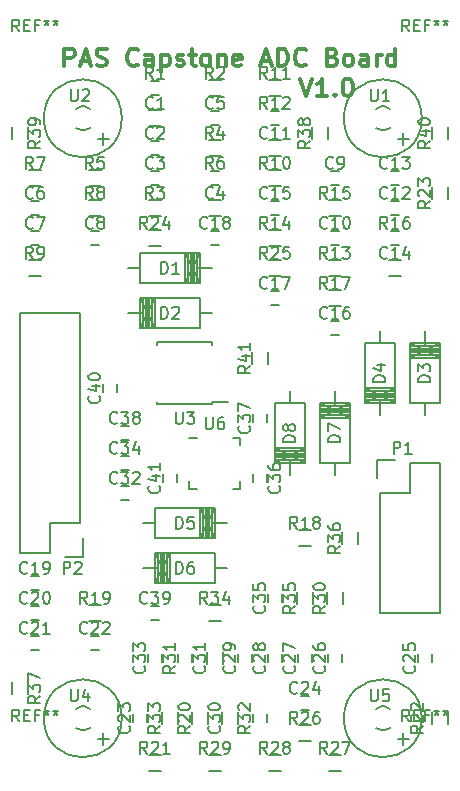
<source format=gbr>
G04 #@! TF.FileFunction,Legend,Top*
%FSLAX46Y46*%
G04 Gerber Fmt 4.6, Leading zero omitted, Abs format (unit mm)*
G04 Created by KiCad (PCBNEW (after 2015-mar-04 BZR unknown)-product) date Mon 16 Nov 2015 02:47:24 AM EST*
%MOMM*%
G01*
G04 APERTURE LIST*
%ADD10C,0.100000*%
%ADD11C,0.300000*%
%ADD12C,0.150000*%
G04 APERTURE END LIST*
D10*
D11*
X99949286Y-103318571D02*
X100449286Y-104818571D01*
X100949286Y-103318571D01*
X102235000Y-104818571D02*
X101377857Y-104818571D01*
X101806429Y-104818571D02*
X101806429Y-103318571D01*
X101663572Y-103532857D01*
X101520714Y-103675714D01*
X101377857Y-103747143D01*
X102877857Y-104675714D02*
X102949285Y-104747143D01*
X102877857Y-104818571D01*
X102806428Y-104747143D01*
X102877857Y-104675714D01*
X102877857Y-104818571D01*
X103877857Y-103318571D02*
X104020714Y-103318571D01*
X104163571Y-103390000D01*
X104235000Y-103461429D01*
X104306429Y-103604286D01*
X104377857Y-103890000D01*
X104377857Y-104247143D01*
X104306429Y-104532857D01*
X104235000Y-104675714D01*
X104163571Y-104747143D01*
X104020714Y-104818571D01*
X103877857Y-104818571D01*
X103735000Y-104747143D01*
X103663571Y-104675714D01*
X103592143Y-104532857D01*
X103520714Y-104247143D01*
X103520714Y-103890000D01*
X103592143Y-103604286D01*
X103663571Y-103461429D01*
X103735000Y-103390000D01*
X103877857Y-103318571D01*
X79980001Y-102278571D02*
X79980001Y-100778571D01*
X80551429Y-100778571D01*
X80694287Y-100850000D01*
X80765715Y-100921429D01*
X80837144Y-101064286D01*
X80837144Y-101278571D01*
X80765715Y-101421429D01*
X80694287Y-101492857D01*
X80551429Y-101564286D01*
X79980001Y-101564286D01*
X81408572Y-101850000D02*
X82122858Y-101850000D01*
X81265715Y-102278571D02*
X81765715Y-100778571D01*
X82265715Y-102278571D01*
X82694286Y-102207143D02*
X82908572Y-102278571D01*
X83265715Y-102278571D01*
X83408572Y-102207143D01*
X83480001Y-102135714D01*
X83551429Y-101992857D01*
X83551429Y-101850000D01*
X83480001Y-101707143D01*
X83408572Y-101635714D01*
X83265715Y-101564286D01*
X82980001Y-101492857D01*
X82837143Y-101421429D01*
X82765715Y-101350000D01*
X82694286Y-101207143D01*
X82694286Y-101064286D01*
X82765715Y-100921429D01*
X82837143Y-100850000D01*
X82980001Y-100778571D01*
X83337143Y-100778571D01*
X83551429Y-100850000D01*
X86194286Y-102135714D02*
X86122857Y-102207143D01*
X85908571Y-102278571D01*
X85765714Y-102278571D01*
X85551429Y-102207143D01*
X85408571Y-102064286D01*
X85337143Y-101921429D01*
X85265714Y-101635714D01*
X85265714Y-101421429D01*
X85337143Y-101135714D01*
X85408571Y-100992857D01*
X85551429Y-100850000D01*
X85765714Y-100778571D01*
X85908571Y-100778571D01*
X86122857Y-100850000D01*
X86194286Y-100921429D01*
X87480000Y-102278571D02*
X87480000Y-101492857D01*
X87408571Y-101350000D01*
X87265714Y-101278571D01*
X86980000Y-101278571D01*
X86837143Y-101350000D01*
X87480000Y-102207143D02*
X87337143Y-102278571D01*
X86980000Y-102278571D01*
X86837143Y-102207143D01*
X86765714Y-102064286D01*
X86765714Y-101921429D01*
X86837143Y-101778571D01*
X86980000Y-101707143D01*
X87337143Y-101707143D01*
X87480000Y-101635714D01*
X88194286Y-101278571D02*
X88194286Y-102778571D01*
X88194286Y-101350000D02*
X88337143Y-101278571D01*
X88622857Y-101278571D01*
X88765714Y-101350000D01*
X88837143Y-101421429D01*
X88908572Y-101564286D01*
X88908572Y-101992857D01*
X88837143Y-102135714D01*
X88765714Y-102207143D01*
X88622857Y-102278571D01*
X88337143Y-102278571D01*
X88194286Y-102207143D01*
X89480000Y-102207143D02*
X89622857Y-102278571D01*
X89908572Y-102278571D01*
X90051429Y-102207143D01*
X90122857Y-102064286D01*
X90122857Y-101992857D01*
X90051429Y-101850000D01*
X89908572Y-101778571D01*
X89694286Y-101778571D01*
X89551429Y-101707143D01*
X89480000Y-101564286D01*
X89480000Y-101492857D01*
X89551429Y-101350000D01*
X89694286Y-101278571D01*
X89908572Y-101278571D01*
X90051429Y-101350000D01*
X90551429Y-101278571D02*
X91122858Y-101278571D01*
X90765715Y-100778571D02*
X90765715Y-102064286D01*
X90837143Y-102207143D01*
X90980001Y-102278571D01*
X91122858Y-102278571D01*
X91837144Y-102278571D02*
X91694286Y-102207143D01*
X91622858Y-102135714D01*
X91551429Y-101992857D01*
X91551429Y-101564286D01*
X91622858Y-101421429D01*
X91694286Y-101350000D01*
X91837144Y-101278571D01*
X92051429Y-101278571D01*
X92194286Y-101350000D01*
X92265715Y-101421429D01*
X92337144Y-101564286D01*
X92337144Y-101992857D01*
X92265715Y-102135714D01*
X92194286Y-102207143D01*
X92051429Y-102278571D01*
X91837144Y-102278571D01*
X92980001Y-101278571D02*
X92980001Y-102278571D01*
X92980001Y-101421429D02*
X93051429Y-101350000D01*
X93194287Y-101278571D01*
X93408572Y-101278571D01*
X93551429Y-101350000D01*
X93622858Y-101492857D01*
X93622858Y-102278571D01*
X94908572Y-102207143D02*
X94765715Y-102278571D01*
X94480001Y-102278571D01*
X94337144Y-102207143D01*
X94265715Y-102064286D01*
X94265715Y-101492857D01*
X94337144Y-101350000D01*
X94480001Y-101278571D01*
X94765715Y-101278571D01*
X94908572Y-101350000D01*
X94980001Y-101492857D01*
X94980001Y-101635714D01*
X94265715Y-101778571D01*
X96694286Y-101850000D02*
X97408572Y-101850000D01*
X96551429Y-102278571D02*
X97051429Y-100778571D01*
X97551429Y-102278571D01*
X98051429Y-102278571D02*
X98051429Y-100778571D01*
X98408572Y-100778571D01*
X98622857Y-100850000D01*
X98765715Y-100992857D01*
X98837143Y-101135714D01*
X98908572Y-101421429D01*
X98908572Y-101635714D01*
X98837143Y-101921429D01*
X98765715Y-102064286D01*
X98622857Y-102207143D01*
X98408572Y-102278571D01*
X98051429Y-102278571D01*
X100408572Y-102135714D02*
X100337143Y-102207143D01*
X100122857Y-102278571D01*
X99980000Y-102278571D01*
X99765715Y-102207143D01*
X99622857Y-102064286D01*
X99551429Y-101921429D01*
X99480000Y-101635714D01*
X99480000Y-101421429D01*
X99551429Y-101135714D01*
X99622857Y-100992857D01*
X99765715Y-100850000D01*
X99980000Y-100778571D01*
X100122857Y-100778571D01*
X100337143Y-100850000D01*
X100408572Y-100921429D01*
X102694286Y-101492857D02*
X102908572Y-101564286D01*
X102980000Y-101635714D01*
X103051429Y-101778571D01*
X103051429Y-101992857D01*
X102980000Y-102135714D01*
X102908572Y-102207143D01*
X102765714Y-102278571D01*
X102194286Y-102278571D01*
X102194286Y-100778571D01*
X102694286Y-100778571D01*
X102837143Y-100850000D01*
X102908572Y-100921429D01*
X102980000Y-101064286D01*
X102980000Y-101207143D01*
X102908572Y-101350000D01*
X102837143Y-101421429D01*
X102694286Y-101492857D01*
X102194286Y-101492857D01*
X103908572Y-102278571D02*
X103765714Y-102207143D01*
X103694286Y-102135714D01*
X103622857Y-101992857D01*
X103622857Y-101564286D01*
X103694286Y-101421429D01*
X103765714Y-101350000D01*
X103908572Y-101278571D01*
X104122857Y-101278571D01*
X104265714Y-101350000D01*
X104337143Y-101421429D01*
X104408572Y-101564286D01*
X104408572Y-101992857D01*
X104337143Y-102135714D01*
X104265714Y-102207143D01*
X104122857Y-102278571D01*
X103908572Y-102278571D01*
X105694286Y-102278571D02*
X105694286Y-101492857D01*
X105622857Y-101350000D01*
X105480000Y-101278571D01*
X105194286Y-101278571D01*
X105051429Y-101350000D01*
X105694286Y-102207143D02*
X105551429Y-102278571D01*
X105194286Y-102278571D01*
X105051429Y-102207143D01*
X104980000Y-102064286D01*
X104980000Y-101921429D01*
X105051429Y-101778571D01*
X105194286Y-101707143D01*
X105551429Y-101707143D01*
X105694286Y-101635714D01*
X106408572Y-102278571D02*
X106408572Y-101278571D01*
X106408572Y-101564286D02*
X106480000Y-101421429D01*
X106551429Y-101350000D01*
X106694286Y-101278571D01*
X106837143Y-101278571D01*
X107980000Y-102278571D02*
X107980000Y-100778571D01*
X107980000Y-102207143D02*
X107837143Y-102278571D01*
X107551429Y-102278571D01*
X107408571Y-102207143D01*
X107337143Y-102135714D01*
X107265714Y-101992857D01*
X107265714Y-101564286D01*
X107337143Y-101421429D01*
X107408571Y-101350000D01*
X107551429Y-101278571D01*
X107837143Y-101278571D01*
X107980000Y-101350000D01*
D12*
X87980000Y-104740000D02*
X87280000Y-104740000D01*
X87280000Y-103540000D02*
X87980000Y-103540000D01*
X87280000Y-108620000D02*
X87980000Y-108620000D01*
X87980000Y-109820000D02*
X87280000Y-109820000D01*
X87280000Y-111160000D02*
X87980000Y-111160000D01*
X87980000Y-112360000D02*
X87280000Y-112360000D01*
X93060000Y-112360000D02*
X92360000Y-112360000D01*
X92360000Y-111160000D02*
X93060000Y-111160000D01*
X92360000Y-106080000D02*
X93060000Y-106080000D01*
X93060000Y-107280000D02*
X92360000Y-107280000D01*
X77120000Y-116240000D02*
X77820000Y-116240000D01*
X77820000Y-117440000D02*
X77120000Y-117440000D01*
X77820000Y-114900000D02*
X77120000Y-114900000D01*
X77120000Y-113700000D02*
X77820000Y-113700000D01*
X82200000Y-116240000D02*
X82900000Y-116240000D01*
X82900000Y-117440000D02*
X82200000Y-117440000D01*
X102520000Y-111160000D02*
X103220000Y-111160000D01*
X103220000Y-112360000D02*
X102520000Y-112360000D01*
X102520000Y-116240000D02*
X103220000Y-116240000D01*
X103220000Y-117440000D02*
X102520000Y-117440000D01*
X98140000Y-107280000D02*
X97440000Y-107280000D01*
X97440000Y-106080000D02*
X98140000Y-106080000D01*
X108300000Y-114900000D02*
X107600000Y-114900000D01*
X107600000Y-113700000D02*
X108300000Y-113700000D01*
X108300000Y-112360000D02*
X107600000Y-112360000D01*
X107600000Y-111160000D02*
X108300000Y-111160000D01*
X108300000Y-117440000D02*
X107600000Y-117440000D01*
X107600000Y-116240000D02*
X108300000Y-116240000D01*
X97440000Y-113700000D02*
X98140000Y-113700000D01*
X98140000Y-114900000D02*
X97440000Y-114900000D01*
X102520000Y-123860000D02*
X103220000Y-123860000D01*
X103220000Y-125060000D02*
X102520000Y-125060000D01*
X98140000Y-122520000D02*
X97440000Y-122520000D01*
X97440000Y-121320000D02*
X98140000Y-121320000D01*
X92360000Y-116240000D02*
X93060000Y-116240000D01*
X93060000Y-117440000D02*
X92360000Y-117440000D01*
X77820000Y-146650000D02*
X77120000Y-146650000D01*
X77120000Y-145450000D02*
X77820000Y-145450000D01*
X77820000Y-149190000D02*
X77120000Y-149190000D01*
X77120000Y-147990000D02*
X77820000Y-147990000D01*
X77820000Y-151730000D02*
X77120000Y-151730000D01*
X77120000Y-150530000D02*
X77820000Y-150530000D01*
X82900000Y-151730000D02*
X82200000Y-151730000D01*
X82200000Y-150530000D02*
X82900000Y-150530000D01*
X86960000Y-157130000D02*
X86960000Y-157830000D01*
X85760000Y-157830000D02*
X85760000Y-157130000D01*
X99980000Y-155610000D02*
X100680000Y-155610000D01*
X100680000Y-156810000D02*
X99980000Y-156810000D01*
X111090000Y-152050000D02*
X111090000Y-152750000D01*
X109890000Y-152750000D02*
X109890000Y-152050000D01*
X103470000Y-152050000D02*
X103470000Y-152750000D01*
X102270000Y-152750000D02*
X102270000Y-152050000D01*
X100930000Y-152050000D02*
X100930000Y-152750000D01*
X99730000Y-152750000D02*
X99730000Y-152050000D01*
X98390000Y-152050000D02*
X98390000Y-152750000D01*
X97190000Y-152750000D02*
X97190000Y-152050000D01*
X95850000Y-152050000D02*
X95850000Y-152750000D01*
X94650000Y-152750000D02*
X94650000Y-152050000D01*
X95920000Y-157830000D02*
X95920000Y-157130000D01*
X97120000Y-157130000D02*
X97120000Y-157830000D01*
X90770000Y-152050000D02*
X90770000Y-152750000D01*
X89570000Y-152750000D02*
X89570000Y-152050000D01*
X85440000Y-139030000D02*
X84740000Y-139030000D01*
X84740000Y-137830000D02*
X85440000Y-137830000D01*
X87030000Y-152750000D02*
X87030000Y-152050000D01*
X88230000Y-152050000D02*
X88230000Y-152750000D01*
X85440000Y-136490000D02*
X84740000Y-136490000D01*
X84740000Y-135290000D02*
X85440000Y-135290000D01*
X98390000Y-146970000D02*
X98390000Y-147670000D01*
X97190000Y-147670000D02*
X97190000Y-146970000D01*
X97120000Y-136810000D02*
X97120000Y-137510000D01*
X95920000Y-137510000D02*
X95920000Y-136810000D01*
X97120000Y-131730000D02*
X97120000Y-132430000D01*
X95920000Y-132430000D02*
X95920000Y-131730000D01*
X85440000Y-133950000D02*
X84740000Y-133950000D01*
X84740000Y-132750000D02*
X85440000Y-132750000D01*
X87280000Y-147990000D02*
X87980000Y-147990000D01*
X87980000Y-149190000D02*
X87280000Y-149190000D01*
X84420000Y-129190000D02*
X84420000Y-129890000D01*
X83220000Y-129890000D02*
X83220000Y-129190000D01*
X88300000Y-137510000D02*
X88300000Y-136810000D01*
X89500000Y-136810000D02*
X89500000Y-137510000D01*
X86360000Y-119380000D02*
X85344000Y-119380000D01*
X91186000Y-119380000D02*
X92456000Y-119380000D01*
X90932000Y-118110000D02*
X90932000Y-120650000D01*
X90678000Y-118110000D02*
X90678000Y-120650000D01*
X90424000Y-118110000D02*
X90424000Y-120650000D01*
X91186000Y-118110000D02*
X91186000Y-120650000D01*
X90170000Y-118110000D02*
X91440000Y-120650000D01*
X91440000Y-118110000D02*
X90170000Y-120650000D01*
X90170000Y-118110000D02*
X90170000Y-120650000D01*
X90805000Y-118110000D02*
X90805000Y-120650000D01*
X91440000Y-120650000D02*
X91440000Y-118110000D01*
X91440000Y-118110000D02*
X86360000Y-118110000D01*
X86360000Y-118110000D02*
X86360000Y-120650000D01*
X86360000Y-120650000D02*
X91440000Y-120650000D01*
X91440000Y-123190000D02*
X92456000Y-123190000D01*
X86614000Y-123190000D02*
X85344000Y-123190000D01*
X86868000Y-124460000D02*
X86868000Y-121920000D01*
X87122000Y-124460000D02*
X87122000Y-121920000D01*
X87376000Y-124460000D02*
X87376000Y-121920000D01*
X86614000Y-124460000D02*
X86614000Y-121920000D01*
X87630000Y-124460000D02*
X86360000Y-121920000D01*
X86360000Y-124460000D02*
X87630000Y-121920000D01*
X87630000Y-124460000D02*
X87630000Y-121920000D01*
X86995000Y-124460000D02*
X86995000Y-121920000D01*
X86360000Y-121920000D02*
X86360000Y-124460000D01*
X86360000Y-124460000D02*
X91440000Y-124460000D01*
X91440000Y-124460000D02*
X91440000Y-121920000D01*
X91440000Y-121920000D02*
X86360000Y-121920000D01*
X110490000Y-130810000D02*
X110490000Y-131826000D01*
X110490000Y-125984000D02*
X110490000Y-124714000D01*
X109220000Y-126238000D02*
X111760000Y-126238000D01*
X109220000Y-126492000D02*
X111760000Y-126492000D01*
X109220000Y-126746000D02*
X111760000Y-126746000D01*
X109220000Y-125984000D02*
X111760000Y-125984000D01*
X109220000Y-127000000D02*
X111760000Y-125730000D01*
X109220000Y-125730000D02*
X111760000Y-127000000D01*
X109220000Y-127000000D02*
X111760000Y-127000000D01*
X109220000Y-126365000D02*
X111760000Y-126365000D01*
X111760000Y-125730000D02*
X109220000Y-125730000D01*
X109220000Y-125730000D02*
X109220000Y-130810000D01*
X109220000Y-130810000D02*
X111760000Y-130810000D01*
X111760000Y-130810000D02*
X111760000Y-125730000D01*
X106680000Y-125730000D02*
X106680000Y-124714000D01*
X106680000Y-130556000D02*
X106680000Y-131826000D01*
X107950000Y-130302000D02*
X105410000Y-130302000D01*
X107950000Y-130048000D02*
X105410000Y-130048000D01*
X107950000Y-129794000D02*
X105410000Y-129794000D01*
X107950000Y-130556000D02*
X105410000Y-130556000D01*
X107950000Y-129540000D02*
X105410000Y-130810000D01*
X107950000Y-130810000D02*
X105410000Y-129540000D01*
X107950000Y-129540000D02*
X105410000Y-129540000D01*
X107950000Y-130175000D02*
X105410000Y-130175000D01*
X105410000Y-130810000D02*
X107950000Y-130810000D01*
X107950000Y-130810000D02*
X107950000Y-125730000D01*
X107950000Y-125730000D02*
X105410000Y-125730000D01*
X105410000Y-125730000D02*
X105410000Y-130810000D01*
X87630000Y-140970000D02*
X86614000Y-140970000D01*
X92456000Y-140970000D02*
X93726000Y-140970000D01*
X92202000Y-139700000D02*
X92202000Y-142240000D01*
X91948000Y-139700000D02*
X91948000Y-142240000D01*
X91694000Y-139700000D02*
X91694000Y-142240000D01*
X92456000Y-139700000D02*
X92456000Y-142240000D01*
X91440000Y-139700000D02*
X92710000Y-142240000D01*
X92710000Y-139700000D02*
X91440000Y-142240000D01*
X91440000Y-139700000D02*
X91440000Y-142240000D01*
X92075000Y-139700000D02*
X92075000Y-142240000D01*
X92710000Y-142240000D02*
X92710000Y-139700000D01*
X92710000Y-139700000D02*
X87630000Y-139700000D01*
X87630000Y-139700000D02*
X87630000Y-142240000D01*
X87630000Y-142240000D02*
X92710000Y-142240000D01*
X92710000Y-144780000D02*
X93726000Y-144780000D01*
X87884000Y-144780000D02*
X86614000Y-144780000D01*
X88138000Y-146050000D02*
X88138000Y-143510000D01*
X88392000Y-146050000D02*
X88392000Y-143510000D01*
X88646000Y-146050000D02*
X88646000Y-143510000D01*
X87884000Y-146050000D02*
X87884000Y-143510000D01*
X88900000Y-146050000D02*
X87630000Y-143510000D01*
X87630000Y-146050000D02*
X88900000Y-143510000D01*
X88900000Y-146050000D02*
X88900000Y-143510000D01*
X88265000Y-146050000D02*
X88265000Y-143510000D01*
X87630000Y-143510000D02*
X87630000Y-146050000D01*
X87630000Y-146050000D02*
X92710000Y-146050000D01*
X92710000Y-146050000D02*
X92710000Y-143510000D01*
X92710000Y-143510000D02*
X87630000Y-143510000D01*
X102870000Y-135890000D02*
X102870000Y-136906000D01*
X102870000Y-131064000D02*
X102870000Y-129794000D01*
X101600000Y-131318000D02*
X104140000Y-131318000D01*
X101600000Y-131572000D02*
X104140000Y-131572000D01*
X101600000Y-131826000D02*
X104140000Y-131826000D01*
X101600000Y-131064000D02*
X104140000Y-131064000D01*
X101600000Y-132080000D02*
X104140000Y-130810000D01*
X101600000Y-130810000D02*
X104140000Y-132080000D01*
X101600000Y-132080000D02*
X104140000Y-132080000D01*
X101600000Y-131445000D02*
X104140000Y-131445000D01*
X104140000Y-130810000D02*
X101600000Y-130810000D01*
X101600000Y-130810000D02*
X101600000Y-135890000D01*
X101600000Y-135890000D02*
X104140000Y-135890000D01*
X104140000Y-135890000D02*
X104140000Y-130810000D01*
X99060000Y-130810000D02*
X99060000Y-129794000D01*
X99060000Y-135636000D02*
X99060000Y-136906000D01*
X100330000Y-135382000D02*
X97790000Y-135382000D01*
X100330000Y-135128000D02*
X97790000Y-135128000D01*
X100330000Y-134874000D02*
X97790000Y-134874000D01*
X100330000Y-135636000D02*
X97790000Y-135636000D01*
X100330000Y-134620000D02*
X97790000Y-135890000D01*
X100330000Y-135890000D02*
X97790000Y-134620000D01*
X100330000Y-134620000D02*
X97790000Y-134620000D01*
X100330000Y-135255000D02*
X97790000Y-135255000D01*
X97790000Y-135890000D02*
X100330000Y-135890000D01*
X100330000Y-135890000D02*
X100330000Y-130810000D01*
X100330000Y-130810000D02*
X97790000Y-130810000D01*
X97790000Y-130810000D02*
X97790000Y-135890000D01*
X111760000Y-135890000D02*
X111760000Y-148590000D01*
X111760000Y-148590000D02*
X106680000Y-148590000D01*
X106680000Y-148590000D02*
X106680000Y-138430000D01*
X111760000Y-135890000D02*
X109220000Y-135890000D01*
X107950000Y-135610000D02*
X106400000Y-135610000D01*
X109220000Y-135890000D02*
X109220000Y-138430000D01*
X109220000Y-138430000D02*
X106680000Y-138430000D01*
X106400000Y-135610000D02*
X106400000Y-137160000D01*
X76200000Y-123190000D02*
X76200000Y-143510000D01*
X81280000Y-140970000D02*
X81280000Y-123190000D01*
X76200000Y-123190000D02*
X81280000Y-123190000D01*
X76200000Y-143510000D02*
X78740000Y-143510000D01*
X80010000Y-143790000D02*
X81560000Y-143790000D01*
X78740000Y-143510000D02*
X78740000Y-140970000D01*
X78740000Y-140970000D02*
X81280000Y-140970000D01*
X81560000Y-143790000D02*
X81560000Y-142240000D01*
X88130000Y-107355000D02*
X87130000Y-107355000D01*
X87130000Y-106005000D02*
X88130000Y-106005000D01*
X93210000Y-104815000D02*
X92210000Y-104815000D01*
X92210000Y-103465000D02*
X93210000Y-103465000D01*
X88130000Y-114975000D02*
X87130000Y-114975000D01*
X87130000Y-113625000D02*
X88130000Y-113625000D01*
X93210000Y-109895000D02*
X92210000Y-109895000D01*
X92210000Y-108545000D02*
X93210000Y-108545000D01*
X83050000Y-112435000D02*
X82050000Y-112435000D01*
X82050000Y-111085000D02*
X83050000Y-111085000D01*
X93210000Y-114975000D02*
X92210000Y-114975000D01*
X92210000Y-113625000D02*
X93210000Y-113625000D01*
X76970000Y-111085000D02*
X77970000Y-111085000D01*
X77970000Y-112435000D02*
X76970000Y-112435000D01*
X83050000Y-114975000D02*
X82050000Y-114975000D01*
X82050000Y-113625000D02*
X83050000Y-113625000D01*
X76970000Y-118705000D02*
X77970000Y-118705000D01*
X77970000Y-120055000D02*
X76970000Y-120055000D01*
X98290000Y-112435000D02*
X97290000Y-112435000D01*
X97290000Y-111085000D02*
X98290000Y-111085000D01*
X97290000Y-103465000D02*
X98290000Y-103465000D01*
X98290000Y-104815000D02*
X97290000Y-104815000D01*
X98290000Y-109895000D02*
X97290000Y-109895000D01*
X97290000Y-108545000D02*
X98290000Y-108545000D01*
X103370000Y-120055000D02*
X102370000Y-120055000D01*
X102370000Y-118705000D02*
X103370000Y-118705000D01*
X98290000Y-117515000D02*
X97290000Y-117515000D01*
X97290000Y-116165000D02*
X98290000Y-116165000D01*
X103370000Y-114975000D02*
X102370000Y-114975000D01*
X102370000Y-113625000D02*
X103370000Y-113625000D01*
X108450000Y-120055000D02*
X107450000Y-120055000D01*
X107450000Y-118705000D02*
X108450000Y-118705000D01*
X103370000Y-122595000D02*
X102370000Y-122595000D01*
X102370000Y-121245000D02*
X103370000Y-121245000D01*
X100830000Y-142915000D02*
X99830000Y-142915000D01*
X99830000Y-141565000D02*
X100830000Y-141565000D01*
X82050000Y-147915000D02*
X83050000Y-147915000D01*
X83050000Y-149265000D02*
X82050000Y-149265000D01*
X88225000Y-157980000D02*
X88225000Y-156980000D01*
X89575000Y-156980000D02*
X89575000Y-157980000D01*
X88130000Y-161965000D02*
X87130000Y-161965000D01*
X87130000Y-160615000D02*
X88130000Y-160615000D01*
X112435000Y-156980000D02*
X112435000Y-157980000D01*
X111085000Y-157980000D02*
X111085000Y-156980000D01*
X111085000Y-113530000D02*
X111085000Y-112530000D01*
X112435000Y-112530000D02*
X112435000Y-113530000D01*
X88130000Y-117515000D02*
X87130000Y-117515000D01*
X87130000Y-116165000D02*
X88130000Y-116165000D01*
X98290000Y-120055000D02*
X97290000Y-120055000D01*
X97290000Y-118705000D02*
X98290000Y-118705000D01*
X100830000Y-159425000D02*
X99830000Y-159425000D01*
X99830000Y-158075000D02*
X100830000Y-158075000D01*
X103370000Y-161965000D02*
X102370000Y-161965000D01*
X102370000Y-160615000D02*
X103370000Y-160615000D01*
X98290000Y-161965000D02*
X97290000Y-161965000D01*
X97290000Y-160615000D02*
X98290000Y-160615000D01*
X93210000Y-161965000D02*
X92210000Y-161965000D01*
X92210000Y-160615000D02*
X93210000Y-160615000D01*
X102195000Y-147820000D02*
X102195000Y-146820000D01*
X103545000Y-146820000D02*
X103545000Y-147820000D01*
X93385000Y-151900000D02*
X93385000Y-152900000D01*
X92035000Y-152900000D02*
X92035000Y-151900000D01*
X93305000Y-157980000D02*
X93305000Y-156980000D01*
X94655000Y-156980000D02*
X94655000Y-157980000D01*
X92115000Y-156980000D02*
X92115000Y-157980000D01*
X90765000Y-157980000D02*
X90765000Y-156980000D01*
X93210000Y-149265000D02*
X92210000Y-149265000D01*
X92210000Y-147915000D02*
X93210000Y-147915000D01*
X99655000Y-147820000D02*
X99655000Y-146820000D01*
X101005000Y-146820000D02*
X101005000Y-147820000D01*
X104815000Y-141740000D02*
X104815000Y-142740000D01*
X103465000Y-142740000D02*
X103465000Y-141740000D01*
X76875000Y-154440000D02*
X76875000Y-155440000D01*
X75525000Y-155440000D02*
X75525000Y-154440000D01*
X102275000Y-107450000D02*
X102275000Y-108450000D01*
X100925000Y-108450000D02*
X100925000Y-107450000D01*
X76875000Y-107450000D02*
X76875000Y-108450000D01*
X75525000Y-108450000D02*
X75525000Y-107450000D01*
X111085000Y-108450000D02*
X111085000Y-107450000D01*
X112435000Y-107450000D02*
X112435000Y-108450000D01*
X97195000Y-126500000D02*
X97195000Y-127500000D01*
X95845000Y-127500000D02*
X95845000Y-126500000D01*
X108183680Y-108430060D02*
X109184440Y-108430060D01*
X108684060Y-107929680D02*
X108684060Y-108930440D01*
X107635040Y-107381040D02*
X107533440Y-107480100D01*
X107533440Y-107480100D02*
X107332780Y-107579160D01*
X107332780Y-107579160D02*
X107033060Y-107680760D01*
X107033060Y-107680760D02*
X106834940Y-107680760D01*
X106834940Y-107680760D02*
X106535220Y-107579160D01*
X106535220Y-107579160D02*
X106334560Y-107480100D01*
X107533440Y-105879900D02*
X107332780Y-105780840D01*
X107332780Y-105780840D02*
X107033060Y-105679240D01*
X107033060Y-105679240D02*
X106834940Y-105679240D01*
X106834940Y-105679240D02*
X106535220Y-105780840D01*
X106535220Y-105780840D02*
X106334560Y-105879900D01*
X110233460Y-106680000D02*
G75*
G03X110233460Y-106680000I-3299460J0D01*
G01*
X82783680Y-108430060D02*
X83784440Y-108430060D01*
X83284060Y-107929680D02*
X83284060Y-108930440D01*
X82235040Y-107381040D02*
X82133440Y-107480100D01*
X82133440Y-107480100D02*
X81932780Y-107579160D01*
X81932780Y-107579160D02*
X81633060Y-107680760D01*
X81633060Y-107680760D02*
X81434940Y-107680760D01*
X81434940Y-107680760D02*
X81135220Y-107579160D01*
X81135220Y-107579160D02*
X80934560Y-107480100D01*
X82133440Y-105879900D02*
X81932780Y-105780840D01*
X81932780Y-105780840D02*
X81633060Y-105679240D01*
X81633060Y-105679240D02*
X81434940Y-105679240D01*
X81434940Y-105679240D02*
X81135220Y-105780840D01*
X81135220Y-105780840D02*
X80934560Y-105879900D01*
X84833460Y-106680000D02*
G75*
G03X84833460Y-106680000I-3299460J0D01*
G01*
X92495000Y-130895000D02*
X92495000Y-130670000D01*
X87845000Y-130895000D02*
X87845000Y-130670000D01*
X87845000Y-125645000D02*
X87845000Y-125870000D01*
X92495000Y-125645000D02*
X92495000Y-125870000D01*
X92495000Y-130895000D02*
X87845000Y-130895000D01*
X92495000Y-125645000D02*
X87845000Y-125645000D01*
X92495000Y-130670000D02*
X93845000Y-130670000D01*
X82783680Y-159230060D02*
X83784440Y-159230060D01*
X83284060Y-158729680D02*
X83284060Y-159730440D01*
X82235040Y-158181040D02*
X82133440Y-158280100D01*
X82133440Y-158280100D02*
X81932780Y-158379160D01*
X81932780Y-158379160D02*
X81633060Y-158480760D01*
X81633060Y-158480760D02*
X81434940Y-158480760D01*
X81434940Y-158480760D02*
X81135220Y-158379160D01*
X81135220Y-158379160D02*
X80934560Y-158280100D01*
X82133440Y-156679900D02*
X81932780Y-156580840D01*
X81932780Y-156580840D02*
X81633060Y-156479240D01*
X81633060Y-156479240D02*
X81434940Y-156479240D01*
X81434940Y-156479240D02*
X81135220Y-156580840D01*
X81135220Y-156580840D02*
X80934560Y-156679900D01*
X84833460Y-157480000D02*
G75*
G03X84833460Y-157480000I-3299460J0D01*
G01*
X108183680Y-159230060D02*
X109184440Y-159230060D01*
X108684060Y-158729680D02*
X108684060Y-159730440D01*
X107635040Y-158181040D02*
X107533440Y-158280100D01*
X107533440Y-158280100D02*
X107332780Y-158379160D01*
X107332780Y-158379160D02*
X107033060Y-158480760D01*
X107033060Y-158480760D02*
X106834940Y-158480760D01*
X106834940Y-158480760D02*
X106535220Y-158379160D01*
X106535220Y-158379160D02*
X106334560Y-158280100D01*
X107533440Y-156679900D02*
X107332780Y-156580840D01*
X107332780Y-156580840D02*
X107033060Y-156479240D01*
X107033060Y-156479240D02*
X106834940Y-156479240D01*
X106834940Y-156479240D02*
X106535220Y-156580840D01*
X106535220Y-156580840D02*
X106334560Y-156679900D01*
X110233460Y-157480000D02*
G75*
G03X110233460Y-157480000I-3299460J0D01*
G01*
X94860000Y-133740000D02*
X94860000Y-134365000D01*
X90560000Y-138040000D02*
X90560000Y-137415000D01*
X94860000Y-138040000D02*
X94860000Y-137415000D01*
X90560000Y-133740000D02*
X91185000Y-133740000D01*
X90560000Y-138040000D02*
X91185000Y-138040000D01*
X94860000Y-138040000D02*
X94235000Y-138040000D01*
X94860000Y-133740000D02*
X94235000Y-133740000D01*
X109156667Y-157741881D02*
X108823333Y-157265690D01*
X108585238Y-157741881D02*
X108585238Y-156741881D01*
X108966191Y-156741881D01*
X109061429Y-156789500D01*
X109109048Y-156837119D01*
X109156667Y-156932357D01*
X109156667Y-157075214D01*
X109109048Y-157170452D01*
X109061429Y-157218071D01*
X108966191Y-157265690D01*
X108585238Y-157265690D01*
X109585238Y-157218071D02*
X109918572Y-157218071D01*
X110061429Y-157741881D02*
X109585238Y-157741881D01*
X109585238Y-156741881D01*
X110061429Y-156741881D01*
X110823334Y-157218071D02*
X110490000Y-157218071D01*
X110490000Y-157741881D02*
X110490000Y-156741881D01*
X110966191Y-156741881D01*
X111490000Y-156741881D02*
X111490000Y-156979976D01*
X111251905Y-156884738D02*
X111490000Y-156979976D01*
X111728096Y-156884738D01*
X111347143Y-157170452D02*
X111490000Y-156979976D01*
X111632858Y-157170452D01*
X112251905Y-156741881D02*
X112251905Y-156979976D01*
X112013810Y-156884738D02*
X112251905Y-156979976D01*
X112490001Y-156884738D01*
X112109048Y-157170452D02*
X112251905Y-156979976D01*
X112394763Y-157170452D01*
X76136667Y-157741881D02*
X75803333Y-157265690D01*
X75565238Y-157741881D02*
X75565238Y-156741881D01*
X75946191Y-156741881D01*
X76041429Y-156789500D01*
X76089048Y-156837119D01*
X76136667Y-156932357D01*
X76136667Y-157075214D01*
X76089048Y-157170452D01*
X76041429Y-157218071D01*
X75946191Y-157265690D01*
X75565238Y-157265690D01*
X76565238Y-157218071D02*
X76898572Y-157218071D01*
X77041429Y-157741881D02*
X76565238Y-157741881D01*
X76565238Y-156741881D01*
X77041429Y-156741881D01*
X77803334Y-157218071D02*
X77470000Y-157218071D01*
X77470000Y-157741881D02*
X77470000Y-156741881D01*
X77946191Y-156741881D01*
X78470000Y-156741881D02*
X78470000Y-156979976D01*
X78231905Y-156884738D02*
X78470000Y-156979976D01*
X78708096Y-156884738D01*
X78327143Y-157170452D02*
X78470000Y-156979976D01*
X78612858Y-157170452D01*
X79231905Y-156741881D02*
X79231905Y-156979976D01*
X78993810Y-156884738D02*
X79231905Y-156979976D01*
X79470001Y-156884738D01*
X79089048Y-157170452D02*
X79231905Y-156979976D01*
X79374763Y-157170452D01*
X76136667Y-99321881D02*
X75803333Y-98845690D01*
X75565238Y-99321881D02*
X75565238Y-98321881D01*
X75946191Y-98321881D01*
X76041429Y-98369500D01*
X76089048Y-98417119D01*
X76136667Y-98512357D01*
X76136667Y-98655214D01*
X76089048Y-98750452D01*
X76041429Y-98798071D01*
X75946191Y-98845690D01*
X75565238Y-98845690D01*
X76565238Y-98798071D02*
X76898572Y-98798071D01*
X77041429Y-99321881D02*
X76565238Y-99321881D01*
X76565238Y-98321881D01*
X77041429Y-98321881D01*
X77803334Y-98798071D02*
X77470000Y-98798071D01*
X77470000Y-99321881D02*
X77470000Y-98321881D01*
X77946191Y-98321881D01*
X78470000Y-98321881D02*
X78470000Y-98559976D01*
X78231905Y-98464738D02*
X78470000Y-98559976D01*
X78708096Y-98464738D01*
X78327143Y-98750452D02*
X78470000Y-98559976D01*
X78612858Y-98750452D01*
X79231905Y-98321881D02*
X79231905Y-98559976D01*
X78993810Y-98464738D02*
X79231905Y-98559976D01*
X79470001Y-98464738D01*
X79089048Y-98750452D02*
X79231905Y-98559976D01*
X79374763Y-98750452D01*
X87463334Y-105767143D02*
X87415715Y-105814762D01*
X87272858Y-105862381D01*
X87177620Y-105862381D01*
X87034762Y-105814762D01*
X86939524Y-105719524D01*
X86891905Y-105624286D01*
X86844286Y-105433810D01*
X86844286Y-105290952D01*
X86891905Y-105100476D01*
X86939524Y-105005238D01*
X87034762Y-104910000D01*
X87177620Y-104862381D01*
X87272858Y-104862381D01*
X87415715Y-104910000D01*
X87463334Y-104957619D01*
X88415715Y-105862381D02*
X87844286Y-105862381D01*
X88130000Y-105862381D02*
X88130000Y-104862381D01*
X88034762Y-105005238D01*
X87939524Y-105100476D01*
X87844286Y-105148095D01*
X87463334Y-108307143D02*
X87415715Y-108354762D01*
X87272858Y-108402381D01*
X87177620Y-108402381D01*
X87034762Y-108354762D01*
X86939524Y-108259524D01*
X86891905Y-108164286D01*
X86844286Y-107973810D01*
X86844286Y-107830952D01*
X86891905Y-107640476D01*
X86939524Y-107545238D01*
X87034762Y-107450000D01*
X87177620Y-107402381D01*
X87272858Y-107402381D01*
X87415715Y-107450000D01*
X87463334Y-107497619D01*
X87844286Y-107497619D02*
X87891905Y-107450000D01*
X87987143Y-107402381D01*
X88225239Y-107402381D01*
X88320477Y-107450000D01*
X88368096Y-107497619D01*
X88415715Y-107592857D01*
X88415715Y-107688095D01*
X88368096Y-107830952D01*
X87796667Y-108402381D01*
X88415715Y-108402381D01*
X87463334Y-110847143D02*
X87415715Y-110894762D01*
X87272858Y-110942381D01*
X87177620Y-110942381D01*
X87034762Y-110894762D01*
X86939524Y-110799524D01*
X86891905Y-110704286D01*
X86844286Y-110513810D01*
X86844286Y-110370952D01*
X86891905Y-110180476D01*
X86939524Y-110085238D01*
X87034762Y-109990000D01*
X87177620Y-109942381D01*
X87272858Y-109942381D01*
X87415715Y-109990000D01*
X87463334Y-110037619D01*
X87796667Y-109942381D02*
X88415715Y-109942381D01*
X88082381Y-110323333D01*
X88225239Y-110323333D01*
X88320477Y-110370952D01*
X88368096Y-110418571D01*
X88415715Y-110513810D01*
X88415715Y-110751905D01*
X88368096Y-110847143D01*
X88320477Y-110894762D01*
X88225239Y-110942381D01*
X87939524Y-110942381D01*
X87844286Y-110894762D01*
X87796667Y-110847143D01*
X92543334Y-113387143D02*
X92495715Y-113434762D01*
X92352858Y-113482381D01*
X92257620Y-113482381D01*
X92114762Y-113434762D01*
X92019524Y-113339524D01*
X91971905Y-113244286D01*
X91924286Y-113053810D01*
X91924286Y-112910952D01*
X91971905Y-112720476D01*
X92019524Y-112625238D01*
X92114762Y-112530000D01*
X92257620Y-112482381D01*
X92352858Y-112482381D01*
X92495715Y-112530000D01*
X92543334Y-112577619D01*
X93400477Y-112815714D02*
X93400477Y-113482381D01*
X93162381Y-112434762D02*
X92924286Y-113149048D01*
X93543334Y-113149048D01*
X92543334Y-105767143D02*
X92495715Y-105814762D01*
X92352858Y-105862381D01*
X92257620Y-105862381D01*
X92114762Y-105814762D01*
X92019524Y-105719524D01*
X91971905Y-105624286D01*
X91924286Y-105433810D01*
X91924286Y-105290952D01*
X91971905Y-105100476D01*
X92019524Y-105005238D01*
X92114762Y-104910000D01*
X92257620Y-104862381D01*
X92352858Y-104862381D01*
X92495715Y-104910000D01*
X92543334Y-104957619D01*
X93448096Y-104862381D02*
X92971905Y-104862381D01*
X92924286Y-105338571D01*
X92971905Y-105290952D01*
X93067143Y-105243333D01*
X93305239Y-105243333D01*
X93400477Y-105290952D01*
X93448096Y-105338571D01*
X93495715Y-105433810D01*
X93495715Y-105671905D01*
X93448096Y-105767143D01*
X93400477Y-105814762D01*
X93305239Y-105862381D01*
X93067143Y-105862381D01*
X92971905Y-105814762D01*
X92924286Y-105767143D01*
X77303334Y-113387143D02*
X77255715Y-113434762D01*
X77112858Y-113482381D01*
X77017620Y-113482381D01*
X76874762Y-113434762D01*
X76779524Y-113339524D01*
X76731905Y-113244286D01*
X76684286Y-113053810D01*
X76684286Y-112910952D01*
X76731905Y-112720476D01*
X76779524Y-112625238D01*
X76874762Y-112530000D01*
X77017620Y-112482381D01*
X77112858Y-112482381D01*
X77255715Y-112530000D01*
X77303334Y-112577619D01*
X78160477Y-112482381D02*
X77970000Y-112482381D01*
X77874762Y-112530000D01*
X77827143Y-112577619D01*
X77731905Y-112720476D01*
X77684286Y-112910952D01*
X77684286Y-113291905D01*
X77731905Y-113387143D01*
X77779524Y-113434762D01*
X77874762Y-113482381D01*
X78065239Y-113482381D01*
X78160477Y-113434762D01*
X78208096Y-113387143D01*
X78255715Y-113291905D01*
X78255715Y-113053810D01*
X78208096Y-112958571D01*
X78160477Y-112910952D01*
X78065239Y-112863333D01*
X77874762Y-112863333D01*
X77779524Y-112910952D01*
X77731905Y-112958571D01*
X77684286Y-113053810D01*
X77303334Y-115927143D02*
X77255715Y-115974762D01*
X77112858Y-116022381D01*
X77017620Y-116022381D01*
X76874762Y-115974762D01*
X76779524Y-115879524D01*
X76731905Y-115784286D01*
X76684286Y-115593810D01*
X76684286Y-115450952D01*
X76731905Y-115260476D01*
X76779524Y-115165238D01*
X76874762Y-115070000D01*
X77017620Y-115022381D01*
X77112858Y-115022381D01*
X77255715Y-115070000D01*
X77303334Y-115117619D01*
X77636667Y-115022381D02*
X78303334Y-115022381D01*
X77874762Y-116022381D01*
X82383334Y-115927143D02*
X82335715Y-115974762D01*
X82192858Y-116022381D01*
X82097620Y-116022381D01*
X81954762Y-115974762D01*
X81859524Y-115879524D01*
X81811905Y-115784286D01*
X81764286Y-115593810D01*
X81764286Y-115450952D01*
X81811905Y-115260476D01*
X81859524Y-115165238D01*
X81954762Y-115070000D01*
X82097620Y-115022381D01*
X82192858Y-115022381D01*
X82335715Y-115070000D01*
X82383334Y-115117619D01*
X82954762Y-115450952D02*
X82859524Y-115403333D01*
X82811905Y-115355714D01*
X82764286Y-115260476D01*
X82764286Y-115212857D01*
X82811905Y-115117619D01*
X82859524Y-115070000D01*
X82954762Y-115022381D01*
X83145239Y-115022381D01*
X83240477Y-115070000D01*
X83288096Y-115117619D01*
X83335715Y-115212857D01*
X83335715Y-115260476D01*
X83288096Y-115355714D01*
X83240477Y-115403333D01*
X83145239Y-115450952D01*
X82954762Y-115450952D01*
X82859524Y-115498571D01*
X82811905Y-115546190D01*
X82764286Y-115641429D01*
X82764286Y-115831905D01*
X82811905Y-115927143D01*
X82859524Y-115974762D01*
X82954762Y-116022381D01*
X83145239Y-116022381D01*
X83240477Y-115974762D01*
X83288096Y-115927143D01*
X83335715Y-115831905D01*
X83335715Y-115641429D01*
X83288096Y-115546190D01*
X83240477Y-115498571D01*
X83145239Y-115450952D01*
X102703334Y-110847143D02*
X102655715Y-110894762D01*
X102512858Y-110942381D01*
X102417620Y-110942381D01*
X102274762Y-110894762D01*
X102179524Y-110799524D01*
X102131905Y-110704286D01*
X102084286Y-110513810D01*
X102084286Y-110370952D01*
X102131905Y-110180476D01*
X102179524Y-110085238D01*
X102274762Y-109990000D01*
X102417620Y-109942381D01*
X102512858Y-109942381D01*
X102655715Y-109990000D01*
X102703334Y-110037619D01*
X103179524Y-110942381D02*
X103370000Y-110942381D01*
X103465239Y-110894762D01*
X103512858Y-110847143D01*
X103608096Y-110704286D01*
X103655715Y-110513810D01*
X103655715Y-110132857D01*
X103608096Y-110037619D01*
X103560477Y-109990000D01*
X103465239Y-109942381D01*
X103274762Y-109942381D01*
X103179524Y-109990000D01*
X103131905Y-110037619D01*
X103084286Y-110132857D01*
X103084286Y-110370952D01*
X103131905Y-110466190D01*
X103179524Y-110513810D01*
X103274762Y-110561429D01*
X103465239Y-110561429D01*
X103560477Y-110513810D01*
X103608096Y-110466190D01*
X103655715Y-110370952D01*
X102227143Y-115927143D02*
X102179524Y-115974762D01*
X102036667Y-116022381D01*
X101941429Y-116022381D01*
X101798571Y-115974762D01*
X101703333Y-115879524D01*
X101655714Y-115784286D01*
X101608095Y-115593810D01*
X101608095Y-115450952D01*
X101655714Y-115260476D01*
X101703333Y-115165238D01*
X101798571Y-115070000D01*
X101941429Y-115022381D01*
X102036667Y-115022381D01*
X102179524Y-115070000D01*
X102227143Y-115117619D01*
X103179524Y-116022381D02*
X102608095Y-116022381D01*
X102893809Y-116022381D02*
X102893809Y-115022381D01*
X102798571Y-115165238D01*
X102703333Y-115260476D01*
X102608095Y-115308095D01*
X103798571Y-115022381D02*
X103893810Y-115022381D01*
X103989048Y-115070000D01*
X104036667Y-115117619D01*
X104084286Y-115212857D01*
X104131905Y-115403333D01*
X104131905Y-115641429D01*
X104084286Y-115831905D01*
X104036667Y-115927143D01*
X103989048Y-115974762D01*
X103893810Y-116022381D01*
X103798571Y-116022381D01*
X103703333Y-115974762D01*
X103655714Y-115927143D01*
X103608095Y-115831905D01*
X103560476Y-115641429D01*
X103560476Y-115403333D01*
X103608095Y-115212857D01*
X103655714Y-115117619D01*
X103703333Y-115070000D01*
X103798571Y-115022381D01*
X97147143Y-108307143D02*
X97099524Y-108354762D01*
X96956667Y-108402381D01*
X96861429Y-108402381D01*
X96718571Y-108354762D01*
X96623333Y-108259524D01*
X96575714Y-108164286D01*
X96528095Y-107973810D01*
X96528095Y-107830952D01*
X96575714Y-107640476D01*
X96623333Y-107545238D01*
X96718571Y-107450000D01*
X96861429Y-107402381D01*
X96956667Y-107402381D01*
X97099524Y-107450000D01*
X97147143Y-107497619D01*
X98099524Y-108402381D02*
X97528095Y-108402381D01*
X97813809Y-108402381D02*
X97813809Y-107402381D01*
X97718571Y-107545238D01*
X97623333Y-107640476D01*
X97528095Y-107688095D01*
X99051905Y-108402381D02*
X98480476Y-108402381D01*
X98766190Y-108402381D02*
X98766190Y-107402381D01*
X98670952Y-107545238D01*
X98575714Y-107640476D01*
X98480476Y-107688095D01*
X107307143Y-113387143D02*
X107259524Y-113434762D01*
X107116667Y-113482381D01*
X107021429Y-113482381D01*
X106878571Y-113434762D01*
X106783333Y-113339524D01*
X106735714Y-113244286D01*
X106688095Y-113053810D01*
X106688095Y-112910952D01*
X106735714Y-112720476D01*
X106783333Y-112625238D01*
X106878571Y-112530000D01*
X107021429Y-112482381D01*
X107116667Y-112482381D01*
X107259524Y-112530000D01*
X107307143Y-112577619D01*
X108259524Y-113482381D02*
X107688095Y-113482381D01*
X107973809Y-113482381D02*
X107973809Y-112482381D01*
X107878571Y-112625238D01*
X107783333Y-112720476D01*
X107688095Y-112768095D01*
X108640476Y-112577619D02*
X108688095Y-112530000D01*
X108783333Y-112482381D01*
X109021429Y-112482381D01*
X109116667Y-112530000D01*
X109164286Y-112577619D01*
X109211905Y-112672857D01*
X109211905Y-112768095D01*
X109164286Y-112910952D01*
X108592857Y-113482381D01*
X109211905Y-113482381D01*
X107307143Y-110847143D02*
X107259524Y-110894762D01*
X107116667Y-110942381D01*
X107021429Y-110942381D01*
X106878571Y-110894762D01*
X106783333Y-110799524D01*
X106735714Y-110704286D01*
X106688095Y-110513810D01*
X106688095Y-110370952D01*
X106735714Y-110180476D01*
X106783333Y-110085238D01*
X106878571Y-109990000D01*
X107021429Y-109942381D01*
X107116667Y-109942381D01*
X107259524Y-109990000D01*
X107307143Y-110037619D01*
X108259524Y-110942381D02*
X107688095Y-110942381D01*
X107973809Y-110942381D02*
X107973809Y-109942381D01*
X107878571Y-110085238D01*
X107783333Y-110180476D01*
X107688095Y-110228095D01*
X108592857Y-109942381D02*
X109211905Y-109942381D01*
X108878571Y-110323333D01*
X109021429Y-110323333D01*
X109116667Y-110370952D01*
X109164286Y-110418571D01*
X109211905Y-110513810D01*
X109211905Y-110751905D01*
X109164286Y-110847143D01*
X109116667Y-110894762D01*
X109021429Y-110942381D01*
X108735714Y-110942381D01*
X108640476Y-110894762D01*
X108592857Y-110847143D01*
X107307143Y-118467143D02*
X107259524Y-118514762D01*
X107116667Y-118562381D01*
X107021429Y-118562381D01*
X106878571Y-118514762D01*
X106783333Y-118419524D01*
X106735714Y-118324286D01*
X106688095Y-118133810D01*
X106688095Y-117990952D01*
X106735714Y-117800476D01*
X106783333Y-117705238D01*
X106878571Y-117610000D01*
X107021429Y-117562381D01*
X107116667Y-117562381D01*
X107259524Y-117610000D01*
X107307143Y-117657619D01*
X108259524Y-118562381D02*
X107688095Y-118562381D01*
X107973809Y-118562381D02*
X107973809Y-117562381D01*
X107878571Y-117705238D01*
X107783333Y-117800476D01*
X107688095Y-117848095D01*
X109116667Y-117895714D02*
X109116667Y-118562381D01*
X108878571Y-117514762D02*
X108640476Y-118229048D01*
X109259524Y-118229048D01*
X97147143Y-113387143D02*
X97099524Y-113434762D01*
X96956667Y-113482381D01*
X96861429Y-113482381D01*
X96718571Y-113434762D01*
X96623333Y-113339524D01*
X96575714Y-113244286D01*
X96528095Y-113053810D01*
X96528095Y-112910952D01*
X96575714Y-112720476D01*
X96623333Y-112625238D01*
X96718571Y-112530000D01*
X96861429Y-112482381D01*
X96956667Y-112482381D01*
X97099524Y-112530000D01*
X97147143Y-112577619D01*
X98099524Y-113482381D02*
X97528095Y-113482381D01*
X97813809Y-113482381D02*
X97813809Y-112482381D01*
X97718571Y-112625238D01*
X97623333Y-112720476D01*
X97528095Y-112768095D01*
X99004286Y-112482381D02*
X98528095Y-112482381D01*
X98480476Y-112958571D01*
X98528095Y-112910952D01*
X98623333Y-112863333D01*
X98861429Y-112863333D01*
X98956667Y-112910952D01*
X99004286Y-112958571D01*
X99051905Y-113053810D01*
X99051905Y-113291905D01*
X99004286Y-113387143D01*
X98956667Y-113434762D01*
X98861429Y-113482381D01*
X98623333Y-113482381D01*
X98528095Y-113434762D01*
X98480476Y-113387143D01*
X102227143Y-123547143D02*
X102179524Y-123594762D01*
X102036667Y-123642381D01*
X101941429Y-123642381D01*
X101798571Y-123594762D01*
X101703333Y-123499524D01*
X101655714Y-123404286D01*
X101608095Y-123213810D01*
X101608095Y-123070952D01*
X101655714Y-122880476D01*
X101703333Y-122785238D01*
X101798571Y-122690000D01*
X101941429Y-122642381D01*
X102036667Y-122642381D01*
X102179524Y-122690000D01*
X102227143Y-122737619D01*
X103179524Y-123642381D02*
X102608095Y-123642381D01*
X102893809Y-123642381D02*
X102893809Y-122642381D01*
X102798571Y-122785238D01*
X102703333Y-122880476D01*
X102608095Y-122928095D01*
X104036667Y-122642381D02*
X103846190Y-122642381D01*
X103750952Y-122690000D01*
X103703333Y-122737619D01*
X103608095Y-122880476D01*
X103560476Y-123070952D01*
X103560476Y-123451905D01*
X103608095Y-123547143D01*
X103655714Y-123594762D01*
X103750952Y-123642381D01*
X103941429Y-123642381D01*
X104036667Y-123594762D01*
X104084286Y-123547143D01*
X104131905Y-123451905D01*
X104131905Y-123213810D01*
X104084286Y-123118571D01*
X104036667Y-123070952D01*
X103941429Y-123023333D01*
X103750952Y-123023333D01*
X103655714Y-123070952D01*
X103608095Y-123118571D01*
X103560476Y-123213810D01*
X97147143Y-121007143D02*
X97099524Y-121054762D01*
X96956667Y-121102381D01*
X96861429Y-121102381D01*
X96718571Y-121054762D01*
X96623333Y-120959524D01*
X96575714Y-120864286D01*
X96528095Y-120673810D01*
X96528095Y-120530952D01*
X96575714Y-120340476D01*
X96623333Y-120245238D01*
X96718571Y-120150000D01*
X96861429Y-120102381D01*
X96956667Y-120102381D01*
X97099524Y-120150000D01*
X97147143Y-120197619D01*
X98099524Y-121102381D02*
X97528095Y-121102381D01*
X97813809Y-121102381D02*
X97813809Y-120102381D01*
X97718571Y-120245238D01*
X97623333Y-120340476D01*
X97528095Y-120388095D01*
X98432857Y-120102381D02*
X99099524Y-120102381D01*
X98670952Y-121102381D01*
X92067143Y-115927143D02*
X92019524Y-115974762D01*
X91876667Y-116022381D01*
X91781429Y-116022381D01*
X91638571Y-115974762D01*
X91543333Y-115879524D01*
X91495714Y-115784286D01*
X91448095Y-115593810D01*
X91448095Y-115450952D01*
X91495714Y-115260476D01*
X91543333Y-115165238D01*
X91638571Y-115070000D01*
X91781429Y-115022381D01*
X91876667Y-115022381D01*
X92019524Y-115070000D01*
X92067143Y-115117619D01*
X93019524Y-116022381D02*
X92448095Y-116022381D01*
X92733809Y-116022381D02*
X92733809Y-115022381D01*
X92638571Y-115165238D01*
X92543333Y-115260476D01*
X92448095Y-115308095D01*
X93590952Y-115450952D02*
X93495714Y-115403333D01*
X93448095Y-115355714D01*
X93400476Y-115260476D01*
X93400476Y-115212857D01*
X93448095Y-115117619D01*
X93495714Y-115070000D01*
X93590952Y-115022381D01*
X93781429Y-115022381D01*
X93876667Y-115070000D01*
X93924286Y-115117619D01*
X93971905Y-115212857D01*
X93971905Y-115260476D01*
X93924286Y-115355714D01*
X93876667Y-115403333D01*
X93781429Y-115450952D01*
X93590952Y-115450952D01*
X93495714Y-115498571D01*
X93448095Y-115546190D01*
X93400476Y-115641429D01*
X93400476Y-115831905D01*
X93448095Y-115927143D01*
X93495714Y-115974762D01*
X93590952Y-116022381D01*
X93781429Y-116022381D01*
X93876667Y-115974762D01*
X93924286Y-115927143D01*
X93971905Y-115831905D01*
X93971905Y-115641429D01*
X93924286Y-115546190D01*
X93876667Y-115498571D01*
X93781429Y-115450952D01*
X76827143Y-145137143D02*
X76779524Y-145184762D01*
X76636667Y-145232381D01*
X76541429Y-145232381D01*
X76398571Y-145184762D01*
X76303333Y-145089524D01*
X76255714Y-144994286D01*
X76208095Y-144803810D01*
X76208095Y-144660952D01*
X76255714Y-144470476D01*
X76303333Y-144375238D01*
X76398571Y-144280000D01*
X76541429Y-144232381D01*
X76636667Y-144232381D01*
X76779524Y-144280000D01*
X76827143Y-144327619D01*
X77779524Y-145232381D02*
X77208095Y-145232381D01*
X77493809Y-145232381D02*
X77493809Y-144232381D01*
X77398571Y-144375238D01*
X77303333Y-144470476D01*
X77208095Y-144518095D01*
X78255714Y-145232381D02*
X78446190Y-145232381D01*
X78541429Y-145184762D01*
X78589048Y-145137143D01*
X78684286Y-144994286D01*
X78731905Y-144803810D01*
X78731905Y-144422857D01*
X78684286Y-144327619D01*
X78636667Y-144280000D01*
X78541429Y-144232381D01*
X78350952Y-144232381D01*
X78255714Y-144280000D01*
X78208095Y-144327619D01*
X78160476Y-144422857D01*
X78160476Y-144660952D01*
X78208095Y-144756190D01*
X78255714Y-144803810D01*
X78350952Y-144851429D01*
X78541429Y-144851429D01*
X78636667Y-144803810D01*
X78684286Y-144756190D01*
X78731905Y-144660952D01*
X76827143Y-147677143D02*
X76779524Y-147724762D01*
X76636667Y-147772381D01*
X76541429Y-147772381D01*
X76398571Y-147724762D01*
X76303333Y-147629524D01*
X76255714Y-147534286D01*
X76208095Y-147343810D01*
X76208095Y-147200952D01*
X76255714Y-147010476D01*
X76303333Y-146915238D01*
X76398571Y-146820000D01*
X76541429Y-146772381D01*
X76636667Y-146772381D01*
X76779524Y-146820000D01*
X76827143Y-146867619D01*
X77208095Y-146867619D02*
X77255714Y-146820000D01*
X77350952Y-146772381D01*
X77589048Y-146772381D01*
X77684286Y-146820000D01*
X77731905Y-146867619D01*
X77779524Y-146962857D01*
X77779524Y-147058095D01*
X77731905Y-147200952D01*
X77160476Y-147772381D01*
X77779524Y-147772381D01*
X78398571Y-146772381D02*
X78493810Y-146772381D01*
X78589048Y-146820000D01*
X78636667Y-146867619D01*
X78684286Y-146962857D01*
X78731905Y-147153333D01*
X78731905Y-147391429D01*
X78684286Y-147581905D01*
X78636667Y-147677143D01*
X78589048Y-147724762D01*
X78493810Y-147772381D01*
X78398571Y-147772381D01*
X78303333Y-147724762D01*
X78255714Y-147677143D01*
X78208095Y-147581905D01*
X78160476Y-147391429D01*
X78160476Y-147153333D01*
X78208095Y-146962857D01*
X78255714Y-146867619D01*
X78303333Y-146820000D01*
X78398571Y-146772381D01*
X76827143Y-150217143D02*
X76779524Y-150264762D01*
X76636667Y-150312381D01*
X76541429Y-150312381D01*
X76398571Y-150264762D01*
X76303333Y-150169524D01*
X76255714Y-150074286D01*
X76208095Y-149883810D01*
X76208095Y-149740952D01*
X76255714Y-149550476D01*
X76303333Y-149455238D01*
X76398571Y-149360000D01*
X76541429Y-149312381D01*
X76636667Y-149312381D01*
X76779524Y-149360000D01*
X76827143Y-149407619D01*
X77208095Y-149407619D02*
X77255714Y-149360000D01*
X77350952Y-149312381D01*
X77589048Y-149312381D01*
X77684286Y-149360000D01*
X77731905Y-149407619D01*
X77779524Y-149502857D01*
X77779524Y-149598095D01*
X77731905Y-149740952D01*
X77160476Y-150312381D01*
X77779524Y-150312381D01*
X78731905Y-150312381D02*
X78160476Y-150312381D01*
X78446190Y-150312381D02*
X78446190Y-149312381D01*
X78350952Y-149455238D01*
X78255714Y-149550476D01*
X78160476Y-149598095D01*
X81907143Y-150217143D02*
X81859524Y-150264762D01*
X81716667Y-150312381D01*
X81621429Y-150312381D01*
X81478571Y-150264762D01*
X81383333Y-150169524D01*
X81335714Y-150074286D01*
X81288095Y-149883810D01*
X81288095Y-149740952D01*
X81335714Y-149550476D01*
X81383333Y-149455238D01*
X81478571Y-149360000D01*
X81621429Y-149312381D01*
X81716667Y-149312381D01*
X81859524Y-149360000D01*
X81907143Y-149407619D01*
X82288095Y-149407619D02*
X82335714Y-149360000D01*
X82430952Y-149312381D01*
X82669048Y-149312381D01*
X82764286Y-149360000D01*
X82811905Y-149407619D01*
X82859524Y-149502857D01*
X82859524Y-149598095D01*
X82811905Y-149740952D01*
X82240476Y-150312381D01*
X82859524Y-150312381D01*
X83240476Y-149407619D02*
X83288095Y-149360000D01*
X83383333Y-149312381D01*
X83621429Y-149312381D01*
X83716667Y-149360000D01*
X83764286Y-149407619D01*
X83811905Y-149502857D01*
X83811905Y-149598095D01*
X83764286Y-149740952D01*
X83192857Y-150312381D01*
X83811905Y-150312381D01*
X85447143Y-158122857D02*
X85494762Y-158170476D01*
X85542381Y-158313333D01*
X85542381Y-158408571D01*
X85494762Y-158551429D01*
X85399524Y-158646667D01*
X85304286Y-158694286D01*
X85113810Y-158741905D01*
X84970952Y-158741905D01*
X84780476Y-158694286D01*
X84685238Y-158646667D01*
X84590000Y-158551429D01*
X84542381Y-158408571D01*
X84542381Y-158313333D01*
X84590000Y-158170476D01*
X84637619Y-158122857D01*
X84637619Y-157741905D02*
X84590000Y-157694286D01*
X84542381Y-157599048D01*
X84542381Y-157360952D01*
X84590000Y-157265714D01*
X84637619Y-157218095D01*
X84732857Y-157170476D01*
X84828095Y-157170476D01*
X84970952Y-157218095D01*
X85542381Y-157789524D01*
X85542381Y-157170476D01*
X84542381Y-156837143D02*
X84542381Y-156218095D01*
X84923333Y-156551429D01*
X84923333Y-156408571D01*
X84970952Y-156313333D01*
X85018571Y-156265714D01*
X85113810Y-156218095D01*
X85351905Y-156218095D01*
X85447143Y-156265714D01*
X85494762Y-156313333D01*
X85542381Y-156408571D01*
X85542381Y-156694286D01*
X85494762Y-156789524D01*
X85447143Y-156837143D01*
X99687143Y-155297143D02*
X99639524Y-155344762D01*
X99496667Y-155392381D01*
X99401429Y-155392381D01*
X99258571Y-155344762D01*
X99163333Y-155249524D01*
X99115714Y-155154286D01*
X99068095Y-154963810D01*
X99068095Y-154820952D01*
X99115714Y-154630476D01*
X99163333Y-154535238D01*
X99258571Y-154440000D01*
X99401429Y-154392381D01*
X99496667Y-154392381D01*
X99639524Y-154440000D01*
X99687143Y-154487619D01*
X100068095Y-154487619D02*
X100115714Y-154440000D01*
X100210952Y-154392381D01*
X100449048Y-154392381D01*
X100544286Y-154440000D01*
X100591905Y-154487619D01*
X100639524Y-154582857D01*
X100639524Y-154678095D01*
X100591905Y-154820952D01*
X100020476Y-155392381D01*
X100639524Y-155392381D01*
X101496667Y-154725714D02*
X101496667Y-155392381D01*
X101258571Y-154344762D02*
X101020476Y-155059048D01*
X101639524Y-155059048D01*
X109577143Y-153042857D02*
X109624762Y-153090476D01*
X109672381Y-153233333D01*
X109672381Y-153328571D01*
X109624762Y-153471429D01*
X109529524Y-153566667D01*
X109434286Y-153614286D01*
X109243810Y-153661905D01*
X109100952Y-153661905D01*
X108910476Y-153614286D01*
X108815238Y-153566667D01*
X108720000Y-153471429D01*
X108672381Y-153328571D01*
X108672381Y-153233333D01*
X108720000Y-153090476D01*
X108767619Y-153042857D01*
X108767619Y-152661905D02*
X108720000Y-152614286D01*
X108672381Y-152519048D01*
X108672381Y-152280952D01*
X108720000Y-152185714D01*
X108767619Y-152138095D01*
X108862857Y-152090476D01*
X108958095Y-152090476D01*
X109100952Y-152138095D01*
X109672381Y-152709524D01*
X109672381Y-152090476D01*
X108672381Y-151185714D02*
X108672381Y-151661905D01*
X109148571Y-151709524D01*
X109100952Y-151661905D01*
X109053333Y-151566667D01*
X109053333Y-151328571D01*
X109100952Y-151233333D01*
X109148571Y-151185714D01*
X109243810Y-151138095D01*
X109481905Y-151138095D01*
X109577143Y-151185714D01*
X109624762Y-151233333D01*
X109672381Y-151328571D01*
X109672381Y-151566667D01*
X109624762Y-151661905D01*
X109577143Y-151709524D01*
X101957143Y-153042857D02*
X102004762Y-153090476D01*
X102052381Y-153233333D01*
X102052381Y-153328571D01*
X102004762Y-153471429D01*
X101909524Y-153566667D01*
X101814286Y-153614286D01*
X101623810Y-153661905D01*
X101480952Y-153661905D01*
X101290476Y-153614286D01*
X101195238Y-153566667D01*
X101100000Y-153471429D01*
X101052381Y-153328571D01*
X101052381Y-153233333D01*
X101100000Y-153090476D01*
X101147619Y-153042857D01*
X101147619Y-152661905D02*
X101100000Y-152614286D01*
X101052381Y-152519048D01*
X101052381Y-152280952D01*
X101100000Y-152185714D01*
X101147619Y-152138095D01*
X101242857Y-152090476D01*
X101338095Y-152090476D01*
X101480952Y-152138095D01*
X102052381Y-152709524D01*
X102052381Y-152090476D01*
X101052381Y-151233333D02*
X101052381Y-151423810D01*
X101100000Y-151519048D01*
X101147619Y-151566667D01*
X101290476Y-151661905D01*
X101480952Y-151709524D01*
X101861905Y-151709524D01*
X101957143Y-151661905D01*
X102004762Y-151614286D01*
X102052381Y-151519048D01*
X102052381Y-151328571D01*
X102004762Y-151233333D01*
X101957143Y-151185714D01*
X101861905Y-151138095D01*
X101623810Y-151138095D01*
X101528571Y-151185714D01*
X101480952Y-151233333D01*
X101433333Y-151328571D01*
X101433333Y-151519048D01*
X101480952Y-151614286D01*
X101528571Y-151661905D01*
X101623810Y-151709524D01*
X99417143Y-153042857D02*
X99464762Y-153090476D01*
X99512381Y-153233333D01*
X99512381Y-153328571D01*
X99464762Y-153471429D01*
X99369524Y-153566667D01*
X99274286Y-153614286D01*
X99083810Y-153661905D01*
X98940952Y-153661905D01*
X98750476Y-153614286D01*
X98655238Y-153566667D01*
X98560000Y-153471429D01*
X98512381Y-153328571D01*
X98512381Y-153233333D01*
X98560000Y-153090476D01*
X98607619Y-153042857D01*
X98607619Y-152661905D02*
X98560000Y-152614286D01*
X98512381Y-152519048D01*
X98512381Y-152280952D01*
X98560000Y-152185714D01*
X98607619Y-152138095D01*
X98702857Y-152090476D01*
X98798095Y-152090476D01*
X98940952Y-152138095D01*
X99512381Y-152709524D01*
X99512381Y-152090476D01*
X98512381Y-151757143D02*
X98512381Y-151090476D01*
X99512381Y-151519048D01*
X96877143Y-153042857D02*
X96924762Y-153090476D01*
X96972381Y-153233333D01*
X96972381Y-153328571D01*
X96924762Y-153471429D01*
X96829524Y-153566667D01*
X96734286Y-153614286D01*
X96543810Y-153661905D01*
X96400952Y-153661905D01*
X96210476Y-153614286D01*
X96115238Y-153566667D01*
X96020000Y-153471429D01*
X95972381Y-153328571D01*
X95972381Y-153233333D01*
X96020000Y-153090476D01*
X96067619Y-153042857D01*
X96067619Y-152661905D02*
X96020000Y-152614286D01*
X95972381Y-152519048D01*
X95972381Y-152280952D01*
X96020000Y-152185714D01*
X96067619Y-152138095D01*
X96162857Y-152090476D01*
X96258095Y-152090476D01*
X96400952Y-152138095D01*
X96972381Y-152709524D01*
X96972381Y-152090476D01*
X96400952Y-151519048D02*
X96353333Y-151614286D01*
X96305714Y-151661905D01*
X96210476Y-151709524D01*
X96162857Y-151709524D01*
X96067619Y-151661905D01*
X96020000Y-151614286D01*
X95972381Y-151519048D01*
X95972381Y-151328571D01*
X96020000Y-151233333D01*
X96067619Y-151185714D01*
X96162857Y-151138095D01*
X96210476Y-151138095D01*
X96305714Y-151185714D01*
X96353333Y-151233333D01*
X96400952Y-151328571D01*
X96400952Y-151519048D01*
X96448571Y-151614286D01*
X96496190Y-151661905D01*
X96591429Y-151709524D01*
X96781905Y-151709524D01*
X96877143Y-151661905D01*
X96924762Y-151614286D01*
X96972381Y-151519048D01*
X96972381Y-151328571D01*
X96924762Y-151233333D01*
X96877143Y-151185714D01*
X96781905Y-151138095D01*
X96591429Y-151138095D01*
X96496190Y-151185714D01*
X96448571Y-151233333D01*
X96400952Y-151328571D01*
X94337143Y-153042857D02*
X94384762Y-153090476D01*
X94432381Y-153233333D01*
X94432381Y-153328571D01*
X94384762Y-153471429D01*
X94289524Y-153566667D01*
X94194286Y-153614286D01*
X94003810Y-153661905D01*
X93860952Y-153661905D01*
X93670476Y-153614286D01*
X93575238Y-153566667D01*
X93480000Y-153471429D01*
X93432381Y-153328571D01*
X93432381Y-153233333D01*
X93480000Y-153090476D01*
X93527619Y-153042857D01*
X93527619Y-152661905D02*
X93480000Y-152614286D01*
X93432381Y-152519048D01*
X93432381Y-152280952D01*
X93480000Y-152185714D01*
X93527619Y-152138095D01*
X93622857Y-152090476D01*
X93718095Y-152090476D01*
X93860952Y-152138095D01*
X94432381Y-152709524D01*
X94432381Y-152090476D01*
X94432381Y-151614286D02*
X94432381Y-151423810D01*
X94384762Y-151328571D01*
X94337143Y-151280952D01*
X94194286Y-151185714D01*
X94003810Y-151138095D01*
X93622857Y-151138095D01*
X93527619Y-151185714D01*
X93480000Y-151233333D01*
X93432381Y-151328571D01*
X93432381Y-151519048D01*
X93480000Y-151614286D01*
X93527619Y-151661905D01*
X93622857Y-151709524D01*
X93860952Y-151709524D01*
X93956190Y-151661905D01*
X94003810Y-151614286D01*
X94051429Y-151519048D01*
X94051429Y-151328571D01*
X94003810Y-151233333D01*
X93956190Y-151185714D01*
X93860952Y-151138095D01*
X93067143Y-158122857D02*
X93114762Y-158170476D01*
X93162381Y-158313333D01*
X93162381Y-158408571D01*
X93114762Y-158551429D01*
X93019524Y-158646667D01*
X92924286Y-158694286D01*
X92733810Y-158741905D01*
X92590952Y-158741905D01*
X92400476Y-158694286D01*
X92305238Y-158646667D01*
X92210000Y-158551429D01*
X92162381Y-158408571D01*
X92162381Y-158313333D01*
X92210000Y-158170476D01*
X92257619Y-158122857D01*
X92162381Y-157789524D02*
X92162381Y-157170476D01*
X92543333Y-157503810D01*
X92543333Y-157360952D01*
X92590952Y-157265714D01*
X92638571Y-157218095D01*
X92733810Y-157170476D01*
X92971905Y-157170476D01*
X93067143Y-157218095D01*
X93114762Y-157265714D01*
X93162381Y-157360952D01*
X93162381Y-157646667D01*
X93114762Y-157741905D01*
X93067143Y-157789524D01*
X92162381Y-156551429D02*
X92162381Y-156456190D01*
X92210000Y-156360952D01*
X92257619Y-156313333D01*
X92352857Y-156265714D01*
X92543333Y-156218095D01*
X92781429Y-156218095D01*
X92971905Y-156265714D01*
X93067143Y-156313333D01*
X93114762Y-156360952D01*
X93162381Y-156456190D01*
X93162381Y-156551429D01*
X93114762Y-156646667D01*
X93067143Y-156694286D01*
X92971905Y-156741905D01*
X92781429Y-156789524D01*
X92543333Y-156789524D01*
X92352857Y-156741905D01*
X92257619Y-156694286D01*
X92210000Y-156646667D01*
X92162381Y-156551429D01*
X91797143Y-153042857D02*
X91844762Y-153090476D01*
X91892381Y-153233333D01*
X91892381Y-153328571D01*
X91844762Y-153471429D01*
X91749524Y-153566667D01*
X91654286Y-153614286D01*
X91463810Y-153661905D01*
X91320952Y-153661905D01*
X91130476Y-153614286D01*
X91035238Y-153566667D01*
X90940000Y-153471429D01*
X90892381Y-153328571D01*
X90892381Y-153233333D01*
X90940000Y-153090476D01*
X90987619Y-153042857D01*
X90892381Y-152709524D02*
X90892381Y-152090476D01*
X91273333Y-152423810D01*
X91273333Y-152280952D01*
X91320952Y-152185714D01*
X91368571Y-152138095D01*
X91463810Y-152090476D01*
X91701905Y-152090476D01*
X91797143Y-152138095D01*
X91844762Y-152185714D01*
X91892381Y-152280952D01*
X91892381Y-152566667D01*
X91844762Y-152661905D01*
X91797143Y-152709524D01*
X91892381Y-151138095D02*
X91892381Y-151709524D01*
X91892381Y-151423810D02*
X90892381Y-151423810D01*
X91035238Y-151519048D01*
X91130476Y-151614286D01*
X91178095Y-151709524D01*
X84447143Y-137517143D02*
X84399524Y-137564762D01*
X84256667Y-137612381D01*
X84161429Y-137612381D01*
X84018571Y-137564762D01*
X83923333Y-137469524D01*
X83875714Y-137374286D01*
X83828095Y-137183810D01*
X83828095Y-137040952D01*
X83875714Y-136850476D01*
X83923333Y-136755238D01*
X84018571Y-136660000D01*
X84161429Y-136612381D01*
X84256667Y-136612381D01*
X84399524Y-136660000D01*
X84447143Y-136707619D01*
X84780476Y-136612381D02*
X85399524Y-136612381D01*
X85066190Y-136993333D01*
X85209048Y-136993333D01*
X85304286Y-137040952D01*
X85351905Y-137088571D01*
X85399524Y-137183810D01*
X85399524Y-137421905D01*
X85351905Y-137517143D01*
X85304286Y-137564762D01*
X85209048Y-137612381D01*
X84923333Y-137612381D01*
X84828095Y-137564762D01*
X84780476Y-137517143D01*
X85780476Y-136707619D02*
X85828095Y-136660000D01*
X85923333Y-136612381D01*
X86161429Y-136612381D01*
X86256667Y-136660000D01*
X86304286Y-136707619D01*
X86351905Y-136802857D01*
X86351905Y-136898095D01*
X86304286Y-137040952D01*
X85732857Y-137612381D01*
X86351905Y-137612381D01*
X86717143Y-153042857D02*
X86764762Y-153090476D01*
X86812381Y-153233333D01*
X86812381Y-153328571D01*
X86764762Y-153471429D01*
X86669524Y-153566667D01*
X86574286Y-153614286D01*
X86383810Y-153661905D01*
X86240952Y-153661905D01*
X86050476Y-153614286D01*
X85955238Y-153566667D01*
X85860000Y-153471429D01*
X85812381Y-153328571D01*
X85812381Y-153233333D01*
X85860000Y-153090476D01*
X85907619Y-153042857D01*
X85812381Y-152709524D02*
X85812381Y-152090476D01*
X86193333Y-152423810D01*
X86193333Y-152280952D01*
X86240952Y-152185714D01*
X86288571Y-152138095D01*
X86383810Y-152090476D01*
X86621905Y-152090476D01*
X86717143Y-152138095D01*
X86764762Y-152185714D01*
X86812381Y-152280952D01*
X86812381Y-152566667D01*
X86764762Y-152661905D01*
X86717143Y-152709524D01*
X85812381Y-151757143D02*
X85812381Y-151138095D01*
X86193333Y-151471429D01*
X86193333Y-151328571D01*
X86240952Y-151233333D01*
X86288571Y-151185714D01*
X86383810Y-151138095D01*
X86621905Y-151138095D01*
X86717143Y-151185714D01*
X86764762Y-151233333D01*
X86812381Y-151328571D01*
X86812381Y-151614286D01*
X86764762Y-151709524D01*
X86717143Y-151757143D01*
X84447143Y-134977143D02*
X84399524Y-135024762D01*
X84256667Y-135072381D01*
X84161429Y-135072381D01*
X84018571Y-135024762D01*
X83923333Y-134929524D01*
X83875714Y-134834286D01*
X83828095Y-134643810D01*
X83828095Y-134500952D01*
X83875714Y-134310476D01*
X83923333Y-134215238D01*
X84018571Y-134120000D01*
X84161429Y-134072381D01*
X84256667Y-134072381D01*
X84399524Y-134120000D01*
X84447143Y-134167619D01*
X84780476Y-134072381D02*
X85399524Y-134072381D01*
X85066190Y-134453333D01*
X85209048Y-134453333D01*
X85304286Y-134500952D01*
X85351905Y-134548571D01*
X85399524Y-134643810D01*
X85399524Y-134881905D01*
X85351905Y-134977143D01*
X85304286Y-135024762D01*
X85209048Y-135072381D01*
X84923333Y-135072381D01*
X84828095Y-135024762D01*
X84780476Y-134977143D01*
X86256667Y-134405714D02*
X86256667Y-135072381D01*
X86018571Y-134024762D02*
X85780476Y-134739048D01*
X86399524Y-134739048D01*
X96877143Y-147962857D02*
X96924762Y-148010476D01*
X96972381Y-148153333D01*
X96972381Y-148248571D01*
X96924762Y-148391429D01*
X96829524Y-148486667D01*
X96734286Y-148534286D01*
X96543810Y-148581905D01*
X96400952Y-148581905D01*
X96210476Y-148534286D01*
X96115238Y-148486667D01*
X96020000Y-148391429D01*
X95972381Y-148248571D01*
X95972381Y-148153333D01*
X96020000Y-148010476D01*
X96067619Y-147962857D01*
X95972381Y-147629524D02*
X95972381Y-147010476D01*
X96353333Y-147343810D01*
X96353333Y-147200952D01*
X96400952Y-147105714D01*
X96448571Y-147058095D01*
X96543810Y-147010476D01*
X96781905Y-147010476D01*
X96877143Y-147058095D01*
X96924762Y-147105714D01*
X96972381Y-147200952D01*
X96972381Y-147486667D01*
X96924762Y-147581905D01*
X96877143Y-147629524D01*
X95972381Y-146105714D02*
X95972381Y-146581905D01*
X96448571Y-146629524D01*
X96400952Y-146581905D01*
X96353333Y-146486667D01*
X96353333Y-146248571D01*
X96400952Y-146153333D01*
X96448571Y-146105714D01*
X96543810Y-146058095D01*
X96781905Y-146058095D01*
X96877143Y-146105714D01*
X96924762Y-146153333D01*
X96972381Y-146248571D01*
X96972381Y-146486667D01*
X96924762Y-146581905D01*
X96877143Y-146629524D01*
X98147143Y-137802857D02*
X98194762Y-137850476D01*
X98242381Y-137993333D01*
X98242381Y-138088571D01*
X98194762Y-138231429D01*
X98099524Y-138326667D01*
X98004286Y-138374286D01*
X97813810Y-138421905D01*
X97670952Y-138421905D01*
X97480476Y-138374286D01*
X97385238Y-138326667D01*
X97290000Y-138231429D01*
X97242381Y-138088571D01*
X97242381Y-137993333D01*
X97290000Y-137850476D01*
X97337619Y-137802857D01*
X97242381Y-137469524D02*
X97242381Y-136850476D01*
X97623333Y-137183810D01*
X97623333Y-137040952D01*
X97670952Y-136945714D01*
X97718571Y-136898095D01*
X97813810Y-136850476D01*
X98051905Y-136850476D01*
X98147143Y-136898095D01*
X98194762Y-136945714D01*
X98242381Y-137040952D01*
X98242381Y-137326667D01*
X98194762Y-137421905D01*
X98147143Y-137469524D01*
X97242381Y-135993333D02*
X97242381Y-136183810D01*
X97290000Y-136279048D01*
X97337619Y-136326667D01*
X97480476Y-136421905D01*
X97670952Y-136469524D01*
X98051905Y-136469524D01*
X98147143Y-136421905D01*
X98194762Y-136374286D01*
X98242381Y-136279048D01*
X98242381Y-136088571D01*
X98194762Y-135993333D01*
X98147143Y-135945714D01*
X98051905Y-135898095D01*
X97813810Y-135898095D01*
X97718571Y-135945714D01*
X97670952Y-135993333D01*
X97623333Y-136088571D01*
X97623333Y-136279048D01*
X97670952Y-136374286D01*
X97718571Y-136421905D01*
X97813810Y-136469524D01*
X95607143Y-132722857D02*
X95654762Y-132770476D01*
X95702381Y-132913333D01*
X95702381Y-133008571D01*
X95654762Y-133151429D01*
X95559524Y-133246667D01*
X95464286Y-133294286D01*
X95273810Y-133341905D01*
X95130952Y-133341905D01*
X94940476Y-133294286D01*
X94845238Y-133246667D01*
X94750000Y-133151429D01*
X94702381Y-133008571D01*
X94702381Y-132913333D01*
X94750000Y-132770476D01*
X94797619Y-132722857D01*
X94702381Y-132389524D02*
X94702381Y-131770476D01*
X95083333Y-132103810D01*
X95083333Y-131960952D01*
X95130952Y-131865714D01*
X95178571Y-131818095D01*
X95273810Y-131770476D01*
X95511905Y-131770476D01*
X95607143Y-131818095D01*
X95654762Y-131865714D01*
X95702381Y-131960952D01*
X95702381Y-132246667D01*
X95654762Y-132341905D01*
X95607143Y-132389524D01*
X94702381Y-131437143D02*
X94702381Y-130770476D01*
X95702381Y-131199048D01*
X84447143Y-132437143D02*
X84399524Y-132484762D01*
X84256667Y-132532381D01*
X84161429Y-132532381D01*
X84018571Y-132484762D01*
X83923333Y-132389524D01*
X83875714Y-132294286D01*
X83828095Y-132103810D01*
X83828095Y-131960952D01*
X83875714Y-131770476D01*
X83923333Y-131675238D01*
X84018571Y-131580000D01*
X84161429Y-131532381D01*
X84256667Y-131532381D01*
X84399524Y-131580000D01*
X84447143Y-131627619D01*
X84780476Y-131532381D02*
X85399524Y-131532381D01*
X85066190Y-131913333D01*
X85209048Y-131913333D01*
X85304286Y-131960952D01*
X85351905Y-132008571D01*
X85399524Y-132103810D01*
X85399524Y-132341905D01*
X85351905Y-132437143D01*
X85304286Y-132484762D01*
X85209048Y-132532381D01*
X84923333Y-132532381D01*
X84828095Y-132484762D01*
X84780476Y-132437143D01*
X85970952Y-131960952D02*
X85875714Y-131913333D01*
X85828095Y-131865714D01*
X85780476Y-131770476D01*
X85780476Y-131722857D01*
X85828095Y-131627619D01*
X85875714Y-131580000D01*
X85970952Y-131532381D01*
X86161429Y-131532381D01*
X86256667Y-131580000D01*
X86304286Y-131627619D01*
X86351905Y-131722857D01*
X86351905Y-131770476D01*
X86304286Y-131865714D01*
X86256667Y-131913333D01*
X86161429Y-131960952D01*
X85970952Y-131960952D01*
X85875714Y-132008571D01*
X85828095Y-132056190D01*
X85780476Y-132151429D01*
X85780476Y-132341905D01*
X85828095Y-132437143D01*
X85875714Y-132484762D01*
X85970952Y-132532381D01*
X86161429Y-132532381D01*
X86256667Y-132484762D01*
X86304286Y-132437143D01*
X86351905Y-132341905D01*
X86351905Y-132151429D01*
X86304286Y-132056190D01*
X86256667Y-132008571D01*
X86161429Y-131960952D01*
X86987143Y-147677143D02*
X86939524Y-147724762D01*
X86796667Y-147772381D01*
X86701429Y-147772381D01*
X86558571Y-147724762D01*
X86463333Y-147629524D01*
X86415714Y-147534286D01*
X86368095Y-147343810D01*
X86368095Y-147200952D01*
X86415714Y-147010476D01*
X86463333Y-146915238D01*
X86558571Y-146820000D01*
X86701429Y-146772381D01*
X86796667Y-146772381D01*
X86939524Y-146820000D01*
X86987143Y-146867619D01*
X87320476Y-146772381D02*
X87939524Y-146772381D01*
X87606190Y-147153333D01*
X87749048Y-147153333D01*
X87844286Y-147200952D01*
X87891905Y-147248571D01*
X87939524Y-147343810D01*
X87939524Y-147581905D01*
X87891905Y-147677143D01*
X87844286Y-147724762D01*
X87749048Y-147772381D01*
X87463333Y-147772381D01*
X87368095Y-147724762D01*
X87320476Y-147677143D01*
X88415714Y-147772381D02*
X88606190Y-147772381D01*
X88701429Y-147724762D01*
X88749048Y-147677143D01*
X88844286Y-147534286D01*
X88891905Y-147343810D01*
X88891905Y-146962857D01*
X88844286Y-146867619D01*
X88796667Y-146820000D01*
X88701429Y-146772381D01*
X88510952Y-146772381D01*
X88415714Y-146820000D01*
X88368095Y-146867619D01*
X88320476Y-146962857D01*
X88320476Y-147200952D01*
X88368095Y-147296190D01*
X88415714Y-147343810D01*
X88510952Y-147391429D01*
X88701429Y-147391429D01*
X88796667Y-147343810D01*
X88844286Y-147296190D01*
X88891905Y-147200952D01*
X82907143Y-130182857D02*
X82954762Y-130230476D01*
X83002381Y-130373333D01*
X83002381Y-130468571D01*
X82954762Y-130611429D01*
X82859524Y-130706667D01*
X82764286Y-130754286D01*
X82573810Y-130801905D01*
X82430952Y-130801905D01*
X82240476Y-130754286D01*
X82145238Y-130706667D01*
X82050000Y-130611429D01*
X82002381Y-130468571D01*
X82002381Y-130373333D01*
X82050000Y-130230476D01*
X82097619Y-130182857D01*
X82335714Y-129325714D02*
X83002381Y-129325714D01*
X81954762Y-129563810D02*
X82669048Y-129801905D01*
X82669048Y-129182857D01*
X82002381Y-128611429D02*
X82002381Y-128516190D01*
X82050000Y-128420952D01*
X82097619Y-128373333D01*
X82192857Y-128325714D01*
X82383333Y-128278095D01*
X82621429Y-128278095D01*
X82811905Y-128325714D01*
X82907143Y-128373333D01*
X82954762Y-128420952D01*
X83002381Y-128516190D01*
X83002381Y-128611429D01*
X82954762Y-128706667D01*
X82907143Y-128754286D01*
X82811905Y-128801905D01*
X82621429Y-128849524D01*
X82383333Y-128849524D01*
X82192857Y-128801905D01*
X82097619Y-128754286D01*
X82050000Y-128706667D01*
X82002381Y-128611429D01*
X87987143Y-137802857D02*
X88034762Y-137850476D01*
X88082381Y-137993333D01*
X88082381Y-138088571D01*
X88034762Y-138231429D01*
X87939524Y-138326667D01*
X87844286Y-138374286D01*
X87653810Y-138421905D01*
X87510952Y-138421905D01*
X87320476Y-138374286D01*
X87225238Y-138326667D01*
X87130000Y-138231429D01*
X87082381Y-138088571D01*
X87082381Y-137993333D01*
X87130000Y-137850476D01*
X87177619Y-137802857D01*
X87415714Y-136945714D02*
X88082381Y-136945714D01*
X87034762Y-137183810D02*
X87749048Y-137421905D01*
X87749048Y-136802857D01*
X88082381Y-135898095D02*
X88082381Y-136469524D01*
X88082381Y-136183810D02*
X87082381Y-136183810D01*
X87225238Y-136279048D01*
X87320476Y-136374286D01*
X87368095Y-136469524D01*
X88161905Y-119832381D02*
X88161905Y-118832381D01*
X88400000Y-118832381D01*
X88542858Y-118880000D01*
X88638096Y-118975238D01*
X88685715Y-119070476D01*
X88733334Y-119260952D01*
X88733334Y-119403810D01*
X88685715Y-119594286D01*
X88638096Y-119689524D01*
X88542858Y-119784762D01*
X88400000Y-119832381D01*
X88161905Y-119832381D01*
X89685715Y-119832381D02*
X89114286Y-119832381D01*
X89400000Y-119832381D02*
X89400000Y-118832381D01*
X89304762Y-118975238D01*
X89209524Y-119070476D01*
X89114286Y-119118095D01*
X88161905Y-123642381D02*
X88161905Y-122642381D01*
X88400000Y-122642381D01*
X88542858Y-122690000D01*
X88638096Y-122785238D01*
X88685715Y-122880476D01*
X88733334Y-123070952D01*
X88733334Y-123213810D01*
X88685715Y-123404286D01*
X88638096Y-123499524D01*
X88542858Y-123594762D01*
X88400000Y-123642381D01*
X88161905Y-123642381D01*
X89114286Y-122737619D02*
X89161905Y-122690000D01*
X89257143Y-122642381D01*
X89495239Y-122642381D01*
X89590477Y-122690000D01*
X89638096Y-122737619D01*
X89685715Y-122832857D01*
X89685715Y-122928095D01*
X89638096Y-123070952D01*
X89066667Y-123642381D01*
X89685715Y-123642381D01*
X110942381Y-129008095D02*
X109942381Y-129008095D01*
X109942381Y-128770000D01*
X109990000Y-128627142D01*
X110085238Y-128531904D01*
X110180476Y-128484285D01*
X110370952Y-128436666D01*
X110513810Y-128436666D01*
X110704286Y-128484285D01*
X110799524Y-128531904D01*
X110894762Y-128627142D01*
X110942381Y-128770000D01*
X110942381Y-129008095D01*
X109942381Y-128103333D02*
X109942381Y-127484285D01*
X110323333Y-127817619D01*
X110323333Y-127674761D01*
X110370952Y-127579523D01*
X110418571Y-127531904D01*
X110513810Y-127484285D01*
X110751905Y-127484285D01*
X110847143Y-127531904D01*
X110894762Y-127579523D01*
X110942381Y-127674761D01*
X110942381Y-127960476D01*
X110894762Y-128055714D01*
X110847143Y-128103333D01*
X107132381Y-129008095D02*
X106132381Y-129008095D01*
X106132381Y-128770000D01*
X106180000Y-128627142D01*
X106275238Y-128531904D01*
X106370476Y-128484285D01*
X106560952Y-128436666D01*
X106703810Y-128436666D01*
X106894286Y-128484285D01*
X106989524Y-128531904D01*
X107084762Y-128627142D01*
X107132381Y-128770000D01*
X107132381Y-129008095D01*
X106465714Y-127579523D02*
X107132381Y-127579523D01*
X106084762Y-127817619D02*
X106799048Y-128055714D01*
X106799048Y-127436666D01*
X89431905Y-141422381D02*
X89431905Y-140422381D01*
X89670000Y-140422381D01*
X89812858Y-140470000D01*
X89908096Y-140565238D01*
X89955715Y-140660476D01*
X90003334Y-140850952D01*
X90003334Y-140993810D01*
X89955715Y-141184286D01*
X89908096Y-141279524D01*
X89812858Y-141374762D01*
X89670000Y-141422381D01*
X89431905Y-141422381D01*
X90908096Y-140422381D02*
X90431905Y-140422381D01*
X90384286Y-140898571D01*
X90431905Y-140850952D01*
X90527143Y-140803333D01*
X90765239Y-140803333D01*
X90860477Y-140850952D01*
X90908096Y-140898571D01*
X90955715Y-140993810D01*
X90955715Y-141231905D01*
X90908096Y-141327143D01*
X90860477Y-141374762D01*
X90765239Y-141422381D01*
X90527143Y-141422381D01*
X90431905Y-141374762D01*
X90384286Y-141327143D01*
X89431905Y-145232381D02*
X89431905Y-144232381D01*
X89670000Y-144232381D01*
X89812858Y-144280000D01*
X89908096Y-144375238D01*
X89955715Y-144470476D01*
X90003334Y-144660952D01*
X90003334Y-144803810D01*
X89955715Y-144994286D01*
X89908096Y-145089524D01*
X89812858Y-145184762D01*
X89670000Y-145232381D01*
X89431905Y-145232381D01*
X90860477Y-144232381D02*
X90670000Y-144232381D01*
X90574762Y-144280000D01*
X90527143Y-144327619D01*
X90431905Y-144470476D01*
X90384286Y-144660952D01*
X90384286Y-145041905D01*
X90431905Y-145137143D01*
X90479524Y-145184762D01*
X90574762Y-145232381D01*
X90765239Y-145232381D01*
X90860477Y-145184762D01*
X90908096Y-145137143D01*
X90955715Y-145041905D01*
X90955715Y-144803810D01*
X90908096Y-144708571D01*
X90860477Y-144660952D01*
X90765239Y-144613333D01*
X90574762Y-144613333D01*
X90479524Y-144660952D01*
X90431905Y-144708571D01*
X90384286Y-144803810D01*
X103322381Y-134088095D02*
X102322381Y-134088095D01*
X102322381Y-133850000D01*
X102370000Y-133707142D01*
X102465238Y-133611904D01*
X102560476Y-133564285D01*
X102750952Y-133516666D01*
X102893810Y-133516666D01*
X103084286Y-133564285D01*
X103179524Y-133611904D01*
X103274762Y-133707142D01*
X103322381Y-133850000D01*
X103322381Y-134088095D01*
X102322381Y-133183333D02*
X102322381Y-132516666D01*
X103322381Y-132945238D01*
X99512381Y-134088095D02*
X98512381Y-134088095D01*
X98512381Y-133850000D01*
X98560000Y-133707142D01*
X98655238Y-133611904D01*
X98750476Y-133564285D01*
X98940952Y-133516666D01*
X99083810Y-133516666D01*
X99274286Y-133564285D01*
X99369524Y-133611904D01*
X99464762Y-133707142D01*
X99512381Y-133850000D01*
X99512381Y-134088095D01*
X98940952Y-132945238D02*
X98893333Y-133040476D01*
X98845714Y-133088095D01*
X98750476Y-133135714D01*
X98702857Y-133135714D01*
X98607619Y-133088095D01*
X98560000Y-133040476D01*
X98512381Y-132945238D01*
X98512381Y-132754761D01*
X98560000Y-132659523D01*
X98607619Y-132611904D01*
X98702857Y-132564285D01*
X98750476Y-132564285D01*
X98845714Y-132611904D01*
X98893333Y-132659523D01*
X98940952Y-132754761D01*
X98940952Y-132945238D01*
X98988571Y-133040476D01*
X99036190Y-133088095D01*
X99131429Y-133135714D01*
X99321905Y-133135714D01*
X99417143Y-133088095D01*
X99464762Y-133040476D01*
X99512381Y-132945238D01*
X99512381Y-132754761D01*
X99464762Y-132659523D01*
X99417143Y-132611904D01*
X99321905Y-132564285D01*
X99131429Y-132564285D01*
X99036190Y-132611904D01*
X98988571Y-132659523D01*
X98940952Y-132754761D01*
X107846905Y-135072381D02*
X107846905Y-134072381D01*
X108227858Y-134072381D01*
X108323096Y-134120000D01*
X108370715Y-134167619D01*
X108418334Y-134262857D01*
X108418334Y-134405714D01*
X108370715Y-134500952D01*
X108323096Y-134548571D01*
X108227858Y-134596190D01*
X107846905Y-134596190D01*
X109370715Y-135072381D02*
X108799286Y-135072381D01*
X109085000Y-135072381D02*
X109085000Y-134072381D01*
X108989762Y-134215238D01*
X108894524Y-134310476D01*
X108799286Y-134358095D01*
X79906905Y-145232381D02*
X79906905Y-144232381D01*
X80287858Y-144232381D01*
X80383096Y-144280000D01*
X80430715Y-144327619D01*
X80478334Y-144422857D01*
X80478334Y-144565714D01*
X80430715Y-144660952D01*
X80383096Y-144708571D01*
X80287858Y-144756190D01*
X79906905Y-144756190D01*
X80859286Y-144327619D02*
X80906905Y-144280000D01*
X81002143Y-144232381D01*
X81240239Y-144232381D01*
X81335477Y-144280000D01*
X81383096Y-144327619D01*
X81430715Y-144422857D01*
X81430715Y-144518095D01*
X81383096Y-144660952D01*
X80811667Y-145232381D01*
X81430715Y-145232381D01*
X87463334Y-103322381D02*
X87130000Y-102846190D01*
X86891905Y-103322381D02*
X86891905Y-102322381D01*
X87272858Y-102322381D01*
X87368096Y-102370000D01*
X87415715Y-102417619D01*
X87463334Y-102512857D01*
X87463334Y-102655714D01*
X87415715Y-102750952D01*
X87368096Y-102798571D01*
X87272858Y-102846190D01*
X86891905Y-102846190D01*
X88415715Y-103322381D02*
X87844286Y-103322381D01*
X88130000Y-103322381D02*
X88130000Y-102322381D01*
X88034762Y-102465238D01*
X87939524Y-102560476D01*
X87844286Y-102608095D01*
X92543334Y-103322381D02*
X92210000Y-102846190D01*
X91971905Y-103322381D02*
X91971905Y-102322381D01*
X92352858Y-102322381D01*
X92448096Y-102370000D01*
X92495715Y-102417619D01*
X92543334Y-102512857D01*
X92543334Y-102655714D01*
X92495715Y-102750952D01*
X92448096Y-102798571D01*
X92352858Y-102846190D01*
X91971905Y-102846190D01*
X92924286Y-102417619D02*
X92971905Y-102370000D01*
X93067143Y-102322381D01*
X93305239Y-102322381D01*
X93400477Y-102370000D01*
X93448096Y-102417619D01*
X93495715Y-102512857D01*
X93495715Y-102608095D01*
X93448096Y-102750952D01*
X92876667Y-103322381D01*
X93495715Y-103322381D01*
X87463334Y-113482381D02*
X87130000Y-113006190D01*
X86891905Y-113482381D02*
X86891905Y-112482381D01*
X87272858Y-112482381D01*
X87368096Y-112530000D01*
X87415715Y-112577619D01*
X87463334Y-112672857D01*
X87463334Y-112815714D01*
X87415715Y-112910952D01*
X87368096Y-112958571D01*
X87272858Y-113006190D01*
X86891905Y-113006190D01*
X87796667Y-112482381D02*
X88415715Y-112482381D01*
X88082381Y-112863333D01*
X88225239Y-112863333D01*
X88320477Y-112910952D01*
X88368096Y-112958571D01*
X88415715Y-113053810D01*
X88415715Y-113291905D01*
X88368096Y-113387143D01*
X88320477Y-113434762D01*
X88225239Y-113482381D01*
X87939524Y-113482381D01*
X87844286Y-113434762D01*
X87796667Y-113387143D01*
X92543334Y-108402381D02*
X92210000Y-107926190D01*
X91971905Y-108402381D02*
X91971905Y-107402381D01*
X92352858Y-107402381D01*
X92448096Y-107450000D01*
X92495715Y-107497619D01*
X92543334Y-107592857D01*
X92543334Y-107735714D01*
X92495715Y-107830952D01*
X92448096Y-107878571D01*
X92352858Y-107926190D01*
X91971905Y-107926190D01*
X93400477Y-107735714D02*
X93400477Y-108402381D01*
X93162381Y-107354762D02*
X92924286Y-108069048D01*
X93543334Y-108069048D01*
X82383334Y-110942381D02*
X82050000Y-110466190D01*
X81811905Y-110942381D02*
X81811905Y-109942381D01*
X82192858Y-109942381D01*
X82288096Y-109990000D01*
X82335715Y-110037619D01*
X82383334Y-110132857D01*
X82383334Y-110275714D01*
X82335715Y-110370952D01*
X82288096Y-110418571D01*
X82192858Y-110466190D01*
X81811905Y-110466190D01*
X83288096Y-109942381D02*
X82811905Y-109942381D01*
X82764286Y-110418571D01*
X82811905Y-110370952D01*
X82907143Y-110323333D01*
X83145239Y-110323333D01*
X83240477Y-110370952D01*
X83288096Y-110418571D01*
X83335715Y-110513810D01*
X83335715Y-110751905D01*
X83288096Y-110847143D01*
X83240477Y-110894762D01*
X83145239Y-110942381D01*
X82907143Y-110942381D01*
X82811905Y-110894762D01*
X82764286Y-110847143D01*
X92543334Y-110942381D02*
X92210000Y-110466190D01*
X91971905Y-110942381D02*
X91971905Y-109942381D01*
X92352858Y-109942381D01*
X92448096Y-109990000D01*
X92495715Y-110037619D01*
X92543334Y-110132857D01*
X92543334Y-110275714D01*
X92495715Y-110370952D01*
X92448096Y-110418571D01*
X92352858Y-110466190D01*
X91971905Y-110466190D01*
X93400477Y-109942381D02*
X93210000Y-109942381D01*
X93114762Y-109990000D01*
X93067143Y-110037619D01*
X92971905Y-110180476D01*
X92924286Y-110370952D01*
X92924286Y-110751905D01*
X92971905Y-110847143D01*
X93019524Y-110894762D01*
X93114762Y-110942381D01*
X93305239Y-110942381D01*
X93400477Y-110894762D01*
X93448096Y-110847143D01*
X93495715Y-110751905D01*
X93495715Y-110513810D01*
X93448096Y-110418571D01*
X93400477Y-110370952D01*
X93305239Y-110323333D01*
X93114762Y-110323333D01*
X93019524Y-110370952D01*
X92971905Y-110418571D01*
X92924286Y-110513810D01*
X77303334Y-110942381D02*
X76970000Y-110466190D01*
X76731905Y-110942381D02*
X76731905Y-109942381D01*
X77112858Y-109942381D01*
X77208096Y-109990000D01*
X77255715Y-110037619D01*
X77303334Y-110132857D01*
X77303334Y-110275714D01*
X77255715Y-110370952D01*
X77208096Y-110418571D01*
X77112858Y-110466190D01*
X76731905Y-110466190D01*
X77636667Y-109942381D02*
X78303334Y-109942381D01*
X77874762Y-110942381D01*
X82383334Y-113482381D02*
X82050000Y-113006190D01*
X81811905Y-113482381D02*
X81811905Y-112482381D01*
X82192858Y-112482381D01*
X82288096Y-112530000D01*
X82335715Y-112577619D01*
X82383334Y-112672857D01*
X82383334Y-112815714D01*
X82335715Y-112910952D01*
X82288096Y-112958571D01*
X82192858Y-113006190D01*
X81811905Y-113006190D01*
X82954762Y-112910952D02*
X82859524Y-112863333D01*
X82811905Y-112815714D01*
X82764286Y-112720476D01*
X82764286Y-112672857D01*
X82811905Y-112577619D01*
X82859524Y-112530000D01*
X82954762Y-112482381D01*
X83145239Y-112482381D01*
X83240477Y-112530000D01*
X83288096Y-112577619D01*
X83335715Y-112672857D01*
X83335715Y-112720476D01*
X83288096Y-112815714D01*
X83240477Y-112863333D01*
X83145239Y-112910952D01*
X82954762Y-112910952D01*
X82859524Y-112958571D01*
X82811905Y-113006190D01*
X82764286Y-113101429D01*
X82764286Y-113291905D01*
X82811905Y-113387143D01*
X82859524Y-113434762D01*
X82954762Y-113482381D01*
X83145239Y-113482381D01*
X83240477Y-113434762D01*
X83288096Y-113387143D01*
X83335715Y-113291905D01*
X83335715Y-113101429D01*
X83288096Y-113006190D01*
X83240477Y-112958571D01*
X83145239Y-112910952D01*
X77303334Y-118562381D02*
X76970000Y-118086190D01*
X76731905Y-118562381D02*
X76731905Y-117562381D01*
X77112858Y-117562381D01*
X77208096Y-117610000D01*
X77255715Y-117657619D01*
X77303334Y-117752857D01*
X77303334Y-117895714D01*
X77255715Y-117990952D01*
X77208096Y-118038571D01*
X77112858Y-118086190D01*
X76731905Y-118086190D01*
X77779524Y-118562381D02*
X77970000Y-118562381D01*
X78065239Y-118514762D01*
X78112858Y-118467143D01*
X78208096Y-118324286D01*
X78255715Y-118133810D01*
X78255715Y-117752857D01*
X78208096Y-117657619D01*
X78160477Y-117610000D01*
X78065239Y-117562381D01*
X77874762Y-117562381D01*
X77779524Y-117610000D01*
X77731905Y-117657619D01*
X77684286Y-117752857D01*
X77684286Y-117990952D01*
X77731905Y-118086190D01*
X77779524Y-118133810D01*
X77874762Y-118181429D01*
X78065239Y-118181429D01*
X78160477Y-118133810D01*
X78208096Y-118086190D01*
X78255715Y-117990952D01*
X97147143Y-110942381D02*
X96813809Y-110466190D01*
X96575714Y-110942381D02*
X96575714Y-109942381D01*
X96956667Y-109942381D01*
X97051905Y-109990000D01*
X97099524Y-110037619D01*
X97147143Y-110132857D01*
X97147143Y-110275714D01*
X97099524Y-110370952D01*
X97051905Y-110418571D01*
X96956667Y-110466190D01*
X96575714Y-110466190D01*
X98099524Y-110942381D02*
X97528095Y-110942381D01*
X97813809Y-110942381D02*
X97813809Y-109942381D01*
X97718571Y-110085238D01*
X97623333Y-110180476D01*
X97528095Y-110228095D01*
X98718571Y-109942381D02*
X98813810Y-109942381D01*
X98909048Y-109990000D01*
X98956667Y-110037619D01*
X99004286Y-110132857D01*
X99051905Y-110323333D01*
X99051905Y-110561429D01*
X99004286Y-110751905D01*
X98956667Y-110847143D01*
X98909048Y-110894762D01*
X98813810Y-110942381D01*
X98718571Y-110942381D01*
X98623333Y-110894762D01*
X98575714Y-110847143D01*
X98528095Y-110751905D01*
X98480476Y-110561429D01*
X98480476Y-110323333D01*
X98528095Y-110132857D01*
X98575714Y-110037619D01*
X98623333Y-109990000D01*
X98718571Y-109942381D01*
X97147143Y-103322381D02*
X96813809Y-102846190D01*
X96575714Y-103322381D02*
X96575714Y-102322381D01*
X96956667Y-102322381D01*
X97051905Y-102370000D01*
X97099524Y-102417619D01*
X97147143Y-102512857D01*
X97147143Y-102655714D01*
X97099524Y-102750952D01*
X97051905Y-102798571D01*
X96956667Y-102846190D01*
X96575714Y-102846190D01*
X98099524Y-103322381D02*
X97528095Y-103322381D01*
X97813809Y-103322381D02*
X97813809Y-102322381D01*
X97718571Y-102465238D01*
X97623333Y-102560476D01*
X97528095Y-102608095D01*
X99051905Y-103322381D02*
X98480476Y-103322381D01*
X98766190Y-103322381D02*
X98766190Y-102322381D01*
X98670952Y-102465238D01*
X98575714Y-102560476D01*
X98480476Y-102608095D01*
X97147143Y-105862381D02*
X96813809Y-105386190D01*
X96575714Y-105862381D02*
X96575714Y-104862381D01*
X96956667Y-104862381D01*
X97051905Y-104910000D01*
X97099524Y-104957619D01*
X97147143Y-105052857D01*
X97147143Y-105195714D01*
X97099524Y-105290952D01*
X97051905Y-105338571D01*
X96956667Y-105386190D01*
X96575714Y-105386190D01*
X98099524Y-105862381D02*
X97528095Y-105862381D01*
X97813809Y-105862381D02*
X97813809Y-104862381D01*
X97718571Y-105005238D01*
X97623333Y-105100476D01*
X97528095Y-105148095D01*
X98480476Y-104957619D02*
X98528095Y-104910000D01*
X98623333Y-104862381D01*
X98861429Y-104862381D01*
X98956667Y-104910000D01*
X99004286Y-104957619D01*
X99051905Y-105052857D01*
X99051905Y-105148095D01*
X99004286Y-105290952D01*
X98432857Y-105862381D01*
X99051905Y-105862381D01*
X102227143Y-118562381D02*
X101893809Y-118086190D01*
X101655714Y-118562381D02*
X101655714Y-117562381D01*
X102036667Y-117562381D01*
X102131905Y-117610000D01*
X102179524Y-117657619D01*
X102227143Y-117752857D01*
X102227143Y-117895714D01*
X102179524Y-117990952D01*
X102131905Y-118038571D01*
X102036667Y-118086190D01*
X101655714Y-118086190D01*
X103179524Y-118562381D02*
X102608095Y-118562381D01*
X102893809Y-118562381D02*
X102893809Y-117562381D01*
X102798571Y-117705238D01*
X102703333Y-117800476D01*
X102608095Y-117848095D01*
X103512857Y-117562381D02*
X104131905Y-117562381D01*
X103798571Y-117943333D01*
X103941429Y-117943333D01*
X104036667Y-117990952D01*
X104084286Y-118038571D01*
X104131905Y-118133810D01*
X104131905Y-118371905D01*
X104084286Y-118467143D01*
X104036667Y-118514762D01*
X103941429Y-118562381D01*
X103655714Y-118562381D01*
X103560476Y-118514762D01*
X103512857Y-118467143D01*
X97147143Y-116022381D02*
X96813809Y-115546190D01*
X96575714Y-116022381D02*
X96575714Y-115022381D01*
X96956667Y-115022381D01*
X97051905Y-115070000D01*
X97099524Y-115117619D01*
X97147143Y-115212857D01*
X97147143Y-115355714D01*
X97099524Y-115450952D01*
X97051905Y-115498571D01*
X96956667Y-115546190D01*
X96575714Y-115546190D01*
X98099524Y-116022381D02*
X97528095Y-116022381D01*
X97813809Y-116022381D02*
X97813809Y-115022381D01*
X97718571Y-115165238D01*
X97623333Y-115260476D01*
X97528095Y-115308095D01*
X98956667Y-115355714D02*
X98956667Y-116022381D01*
X98718571Y-114974762D02*
X98480476Y-115689048D01*
X99099524Y-115689048D01*
X102227143Y-113482381D02*
X101893809Y-113006190D01*
X101655714Y-113482381D02*
X101655714Y-112482381D01*
X102036667Y-112482381D01*
X102131905Y-112530000D01*
X102179524Y-112577619D01*
X102227143Y-112672857D01*
X102227143Y-112815714D01*
X102179524Y-112910952D01*
X102131905Y-112958571D01*
X102036667Y-113006190D01*
X101655714Y-113006190D01*
X103179524Y-113482381D02*
X102608095Y-113482381D01*
X102893809Y-113482381D02*
X102893809Y-112482381D01*
X102798571Y-112625238D01*
X102703333Y-112720476D01*
X102608095Y-112768095D01*
X104084286Y-112482381D02*
X103608095Y-112482381D01*
X103560476Y-112958571D01*
X103608095Y-112910952D01*
X103703333Y-112863333D01*
X103941429Y-112863333D01*
X104036667Y-112910952D01*
X104084286Y-112958571D01*
X104131905Y-113053810D01*
X104131905Y-113291905D01*
X104084286Y-113387143D01*
X104036667Y-113434762D01*
X103941429Y-113482381D01*
X103703333Y-113482381D01*
X103608095Y-113434762D01*
X103560476Y-113387143D01*
X107307143Y-116022381D02*
X106973809Y-115546190D01*
X106735714Y-116022381D02*
X106735714Y-115022381D01*
X107116667Y-115022381D01*
X107211905Y-115070000D01*
X107259524Y-115117619D01*
X107307143Y-115212857D01*
X107307143Y-115355714D01*
X107259524Y-115450952D01*
X107211905Y-115498571D01*
X107116667Y-115546190D01*
X106735714Y-115546190D01*
X108259524Y-116022381D02*
X107688095Y-116022381D01*
X107973809Y-116022381D02*
X107973809Y-115022381D01*
X107878571Y-115165238D01*
X107783333Y-115260476D01*
X107688095Y-115308095D01*
X109116667Y-115022381D02*
X108926190Y-115022381D01*
X108830952Y-115070000D01*
X108783333Y-115117619D01*
X108688095Y-115260476D01*
X108640476Y-115450952D01*
X108640476Y-115831905D01*
X108688095Y-115927143D01*
X108735714Y-115974762D01*
X108830952Y-116022381D01*
X109021429Y-116022381D01*
X109116667Y-115974762D01*
X109164286Y-115927143D01*
X109211905Y-115831905D01*
X109211905Y-115593810D01*
X109164286Y-115498571D01*
X109116667Y-115450952D01*
X109021429Y-115403333D01*
X108830952Y-115403333D01*
X108735714Y-115450952D01*
X108688095Y-115498571D01*
X108640476Y-115593810D01*
X102227143Y-121102381D02*
X101893809Y-120626190D01*
X101655714Y-121102381D02*
X101655714Y-120102381D01*
X102036667Y-120102381D01*
X102131905Y-120150000D01*
X102179524Y-120197619D01*
X102227143Y-120292857D01*
X102227143Y-120435714D01*
X102179524Y-120530952D01*
X102131905Y-120578571D01*
X102036667Y-120626190D01*
X101655714Y-120626190D01*
X103179524Y-121102381D02*
X102608095Y-121102381D01*
X102893809Y-121102381D02*
X102893809Y-120102381D01*
X102798571Y-120245238D01*
X102703333Y-120340476D01*
X102608095Y-120388095D01*
X103512857Y-120102381D02*
X104179524Y-120102381D01*
X103750952Y-121102381D01*
X99687143Y-141422381D02*
X99353809Y-140946190D01*
X99115714Y-141422381D02*
X99115714Y-140422381D01*
X99496667Y-140422381D01*
X99591905Y-140470000D01*
X99639524Y-140517619D01*
X99687143Y-140612857D01*
X99687143Y-140755714D01*
X99639524Y-140850952D01*
X99591905Y-140898571D01*
X99496667Y-140946190D01*
X99115714Y-140946190D01*
X100639524Y-141422381D02*
X100068095Y-141422381D01*
X100353809Y-141422381D02*
X100353809Y-140422381D01*
X100258571Y-140565238D01*
X100163333Y-140660476D01*
X100068095Y-140708095D01*
X101210952Y-140850952D02*
X101115714Y-140803333D01*
X101068095Y-140755714D01*
X101020476Y-140660476D01*
X101020476Y-140612857D01*
X101068095Y-140517619D01*
X101115714Y-140470000D01*
X101210952Y-140422381D01*
X101401429Y-140422381D01*
X101496667Y-140470000D01*
X101544286Y-140517619D01*
X101591905Y-140612857D01*
X101591905Y-140660476D01*
X101544286Y-140755714D01*
X101496667Y-140803333D01*
X101401429Y-140850952D01*
X101210952Y-140850952D01*
X101115714Y-140898571D01*
X101068095Y-140946190D01*
X101020476Y-141041429D01*
X101020476Y-141231905D01*
X101068095Y-141327143D01*
X101115714Y-141374762D01*
X101210952Y-141422381D01*
X101401429Y-141422381D01*
X101496667Y-141374762D01*
X101544286Y-141327143D01*
X101591905Y-141231905D01*
X101591905Y-141041429D01*
X101544286Y-140946190D01*
X101496667Y-140898571D01*
X101401429Y-140850952D01*
X81907143Y-147772381D02*
X81573809Y-147296190D01*
X81335714Y-147772381D02*
X81335714Y-146772381D01*
X81716667Y-146772381D01*
X81811905Y-146820000D01*
X81859524Y-146867619D01*
X81907143Y-146962857D01*
X81907143Y-147105714D01*
X81859524Y-147200952D01*
X81811905Y-147248571D01*
X81716667Y-147296190D01*
X81335714Y-147296190D01*
X82859524Y-147772381D02*
X82288095Y-147772381D01*
X82573809Y-147772381D02*
X82573809Y-146772381D01*
X82478571Y-146915238D01*
X82383333Y-147010476D01*
X82288095Y-147058095D01*
X83335714Y-147772381D02*
X83526190Y-147772381D01*
X83621429Y-147724762D01*
X83669048Y-147677143D01*
X83764286Y-147534286D01*
X83811905Y-147343810D01*
X83811905Y-146962857D01*
X83764286Y-146867619D01*
X83716667Y-146820000D01*
X83621429Y-146772381D01*
X83430952Y-146772381D01*
X83335714Y-146820000D01*
X83288095Y-146867619D01*
X83240476Y-146962857D01*
X83240476Y-147200952D01*
X83288095Y-147296190D01*
X83335714Y-147343810D01*
X83430952Y-147391429D01*
X83621429Y-147391429D01*
X83716667Y-147343810D01*
X83764286Y-147296190D01*
X83811905Y-147200952D01*
X90622381Y-158122857D02*
X90146190Y-158456191D01*
X90622381Y-158694286D02*
X89622381Y-158694286D01*
X89622381Y-158313333D01*
X89670000Y-158218095D01*
X89717619Y-158170476D01*
X89812857Y-158122857D01*
X89955714Y-158122857D01*
X90050952Y-158170476D01*
X90098571Y-158218095D01*
X90146190Y-158313333D01*
X90146190Y-158694286D01*
X89717619Y-157741905D02*
X89670000Y-157694286D01*
X89622381Y-157599048D01*
X89622381Y-157360952D01*
X89670000Y-157265714D01*
X89717619Y-157218095D01*
X89812857Y-157170476D01*
X89908095Y-157170476D01*
X90050952Y-157218095D01*
X90622381Y-157789524D01*
X90622381Y-157170476D01*
X89622381Y-156551429D02*
X89622381Y-156456190D01*
X89670000Y-156360952D01*
X89717619Y-156313333D01*
X89812857Y-156265714D01*
X90003333Y-156218095D01*
X90241429Y-156218095D01*
X90431905Y-156265714D01*
X90527143Y-156313333D01*
X90574762Y-156360952D01*
X90622381Y-156456190D01*
X90622381Y-156551429D01*
X90574762Y-156646667D01*
X90527143Y-156694286D01*
X90431905Y-156741905D01*
X90241429Y-156789524D01*
X90003333Y-156789524D01*
X89812857Y-156741905D01*
X89717619Y-156694286D01*
X89670000Y-156646667D01*
X89622381Y-156551429D01*
X86987143Y-160472381D02*
X86653809Y-159996190D01*
X86415714Y-160472381D02*
X86415714Y-159472381D01*
X86796667Y-159472381D01*
X86891905Y-159520000D01*
X86939524Y-159567619D01*
X86987143Y-159662857D01*
X86987143Y-159805714D01*
X86939524Y-159900952D01*
X86891905Y-159948571D01*
X86796667Y-159996190D01*
X86415714Y-159996190D01*
X87368095Y-159567619D02*
X87415714Y-159520000D01*
X87510952Y-159472381D01*
X87749048Y-159472381D01*
X87844286Y-159520000D01*
X87891905Y-159567619D01*
X87939524Y-159662857D01*
X87939524Y-159758095D01*
X87891905Y-159900952D01*
X87320476Y-160472381D01*
X87939524Y-160472381D01*
X88891905Y-160472381D02*
X88320476Y-160472381D01*
X88606190Y-160472381D02*
X88606190Y-159472381D01*
X88510952Y-159615238D01*
X88415714Y-159710476D01*
X88320476Y-159758095D01*
X110312381Y-158122857D02*
X109836190Y-158456191D01*
X110312381Y-158694286D02*
X109312381Y-158694286D01*
X109312381Y-158313333D01*
X109360000Y-158218095D01*
X109407619Y-158170476D01*
X109502857Y-158122857D01*
X109645714Y-158122857D01*
X109740952Y-158170476D01*
X109788571Y-158218095D01*
X109836190Y-158313333D01*
X109836190Y-158694286D01*
X109407619Y-157741905D02*
X109360000Y-157694286D01*
X109312381Y-157599048D01*
X109312381Y-157360952D01*
X109360000Y-157265714D01*
X109407619Y-157218095D01*
X109502857Y-157170476D01*
X109598095Y-157170476D01*
X109740952Y-157218095D01*
X110312381Y-157789524D01*
X110312381Y-157170476D01*
X109407619Y-156789524D02*
X109360000Y-156741905D01*
X109312381Y-156646667D01*
X109312381Y-156408571D01*
X109360000Y-156313333D01*
X109407619Y-156265714D01*
X109502857Y-156218095D01*
X109598095Y-156218095D01*
X109740952Y-156265714D01*
X110312381Y-156837143D01*
X110312381Y-156218095D01*
X110942381Y-113672857D02*
X110466190Y-114006191D01*
X110942381Y-114244286D02*
X109942381Y-114244286D01*
X109942381Y-113863333D01*
X109990000Y-113768095D01*
X110037619Y-113720476D01*
X110132857Y-113672857D01*
X110275714Y-113672857D01*
X110370952Y-113720476D01*
X110418571Y-113768095D01*
X110466190Y-113863333D01*
X110466190Y-114244286D01*
X110037619Y-113291905D02*
X109990000Y-113244286D01*
X109942381Y-113149048D01*
X109942381Y-112910952D01*
X109990000Y-112815714D01*
X110037619Y-112768095D01*
X110132857Y-112720476D01*
X110228095Y-112720476D01*
X110370952Y-112768095D01*
X110942381Y-113339524D01*
X110942381Y-112720476D01*
X109942381Y-112387143D02*
X109942381Y-111768095D01*
X110323333Y-112101429D01*
X110323333Y-111958571D01*
X110370952Y-111863333D01*
X110418571Y-111815714D01*
X110513810Y-111768095D01*
X110751905Y-111768095D01*
X110847143Y-111815714D01*
X110894762Y-111863333D01*
X110942381Y-111958571D01*
X110942381Y-112244286D01*
X110894762Y-112339524D01*
X110847143Y-112387143D01*
X86987143Y-116022381D02*
X86653809Y-115546190D01*
X86415714Y-116022381D02*
X86415714Y-115022381D01*
X86796667Y-115022381D01*
X86891905Y-115070000D01*
X86939524Y-115117619D01*
X86987143Y-115212857D01*
X86987143Y-115355714D01*
X86939524Y-115450952D01*
X86891905Y-115498571D01*
X86796667Y-115546190D01*
X86415714Y-115546190D01*
X87368095Y-115117619D02*
X87415714Y-115070000D01*
X87510952Y-115022381D01*
X87749048Y-115022381D01*
X87844286Y-115070000D01*
X87891905Y-115117619D01*
X87939524Y-115212857D01*
X87939524Y-115308095D01*
X87891905Y-115450952D01*
X87320476Y-116022381D01*
X87939524Y-116022381D01*
X88796667Y-115355714D02*
X88796667Y-116022381D01*
X88558571Y-114974762D02*
X88320476Y-115689048D01*
X88939524Y-115689048D01*
X97147143Y-118562381D02*
X96813809Y-118086190D01*
X96575714Y-118562381D02*
X96575714Y-117562381D01*
X96956667Y-117562381D01*
X97051905Y-117610000D01*
X97099524Y-117657619D01*
X97147143Y-117752857D01*
X97147143Y-117895714D01*
X97099524Y-117990952D01*
X97051905Y-118038571D01*
X96956667Y-118086190D01*
X96575714Y-118086190D01*
X97528095Y-117657619D02*
X97575714Y-117610000D01*
X97670952Y-117562381D01*
X97909048Y-117562381D01*
X98004286Y-117610000D01*
X98051905Y-117657619D01*
X98099524Y-117752857D01*
X98099524Y-117848095D01*
X98051905Y-117990952D01*
X97480476Y-118562381D01*
X98099524Y-118562381D01*
X99004286Y-117562381D02*
X98528095Y-117562381D01*
X98480476Y-118038571D01*
X98528095Y-117990952D01*
X98623333Y-117943333D01*
X98861429Y-117943333D01*
X98956667Y-117990952D01*
X99004286Y-118038571D01*
X99051905Y-118133810D01*
X99051905Y-118371905D01*
X99004286Y-118467143D01*
X98956667Y-118514762D01*
X98861429Y-118562381D01*
X98623333Y-118562381D01*
X98528095Y-118514762D01*
X98480476Y-118467143D01*
X99687143Y-157932381D02*
X99353809Y-157456190D01*
X99115714Y-157932381D02*
X99115714Y-156932381D01*
X99496667Y-156932381D01*
X99591905Y-156980000D01*
X99639524Y-157027619D01*
X99687143Y-157122857D01*
X99687143Y-157265714D01*
X99639524Y-157360952D01*
X99591905Y-157408571D01*
X99496667Y-157456190D01*
X99115714Y-157456190D01*
X100068095Y-157027619D02*
X100115714Y-156980000D01*
X100210952Y-156932381D01*
X100449048Y-156932381D01*
X100544286Y-156980000D01*
X100591905Y-157027619D01*
X100639524Y-157122857D01*
X100639524Y-157218095D01*
X100591905Y-157360952D01*
X100020476Y-157932381D01*
X100639524Y-157932381D01*
X101496667Y-156932381D02*
X101306190Y-156932381D01*
X101210952Y-156980000D01*
X101163333Y-157027619D01*
X101068095Y-157170476D01*
X101020476Y-157360952D01*
X101020476Y-157741905D01*
X101068095Y-157837143D01*
X101115714Y-157884762D01*
X101210952Y-157932381D01*
X101401429Y-157932381D01*
X101496667Y-157884762D01*
X101544286Y-157837143D01*
X101591905Y-157741905D01*
X101591905Y-157503810D01*
X101544286Y-157408571D01*
X101496667Y-157360952D01*
X101401429Y-157313333D01*
X101210952Y-157313333D01*
X101115714Y-157360952D01*
X101068095Y-157408571D01*
X101020476Y-157503810D01*
X102227143Y-160472381D02*
X101893809Y-159996190D01*
X101655714Y-160472381D02*
X101655714Y-159472381D01*
X102036667Y-159472381D01*
X102131905Y-159520000D01*
X102179524Y-159567619D01*
X102227143Y-159662857D01*
X102227143Y-159805714D01*
X102179524Y-159900952D01*
X102131905Y-159948571D01*
X102036667Y-159996190D01*
X101655714Y-159996190D01*
X102608095Y-159567619D02*
X102655714Y-159520000D01*
X102750952Y-159472381D01*
X102989048Y-159472381D01*
X103084286Y-159520000D01*
X103131905Y-159567619D01*
X103179524Y-159662857D01*
X103179524Y-159758095D01*
X103131905Y-159900952D01*
X102560476Y-160472381D01*
X103179524Y-160472381D01*
X103512857Y-159472381D02*
X104179524Y-159472381D01*
X103750952Y-160472381D01*
X97147143Y-160472381D02*
X96813809Y-159996190D01*
X96575714Y-160472381D02*
X96575714Y-159472381D01*
X96956667Y-159472381D01*
X97051905Y-159520000D01*
X97099524Y-159567619D01*
X97147143Y-159662857D01*
X97147143Y-159805714D01*
X97099524Y-159900952D01*
X97051905Y-159948571D01*
X96956667Y-159996190D01*
X96575714Y-159996190D01*
X97528095Y-159567619D02*
X97575714Y-159520000D01*
X97670952Y-159472381D01*
X97909048Y-159472381D01*
X98004286Y-159520000D01*
X98051905Y-159567619D01*
X98099524Y-159662857D01*
X98099524Y-159758095D01*
X98051905Y-159900952D01*
X97480476Y-160472381D01*
X98099524Y-160472381D01*
X98670952Y-159900952D02*
X98575714Y-159853333D01*
X98528095Y-159805714D01*
X98480476Y-159710476D01*
X98480476Y-159662857D01*
X98528095Y-159567619D01*
X98575714Y-159520000D01*
X98670952Y-159472381D01*
X98861429Y-159472381D01*
X98956667Y-159520000D01*
X99004286Y-159567619D01*
X99051905Y-159662857D01*
X99051905Y-159710476D01*
X99004286Y-159805714D01*
X98956667Y-159853333D01*
X98861429Y-159900952D01*
X98670952Y-159900952D01*
X98575714Y-159948571D01*
X98528095Y-159996190D01*
X98480476Y-160091429D01*
X98480476Y-160281905D01*
X98528095Y-160377143D01*
X98575714Y-160424762D01*
X98670952Y-160472381D01*
X98861429Y-160472381D01*
X98956667Y-160424762D01*
X99004286Y-160377143D01*
X99051905Y-160281905D01*
X99051905Y-160091429D01*
X99004286Y-159996190D01*
X98956667Y-159948571D01*
X98861429Y-159900952D01*
X92067143Y-160472381D02*
X91733809Y-159996190D01*
X91495714Y-160472381D02*
X91495714Y-159472381D01*
X91876667Y-159472381D01*
X91971905Y-159520000D01*
X92019524Y-159567619D01*
X92067143Y-159662857D01*
X92067143Y-159805714D01*
X92019524Y-159900952D01*
X91971905Y-159948571D01*
X91876667Y-159996190D01*
X91495714Y-159996190D01*
X92448095Y-159567619D02*
X92495714Y-159520000D01*
X92590952Y-159472381D01*
X92829048Y-159472381D01*
X92924286Y-159520000D01*
X92971905Y-159567619D01*
X93019524Y-159662857D01*
X93019524Y-159758095D01*
X92971905Y-159900952D01*
X92400476Y-160472381D01*
X93019524Y-160472381D01*
X93495714Y-160472381D02*
X93686190Y-160472381D01*
X93781429Y-160424762D01*
X93829048Y-160377143D01*
X93924286Y-160234286D01*
X93971905Y-160043810D01*
X93971905Y-159662857D01*
X93924286Y-159567619D01*
X93876667Y-159520000D01*
X93781429Y-159472381D01*
X93590952Y-159472381D01*
X93495714Y-159520000D01*
X93448095Y-159567619D01*
X93400476Y-159662857D01*
X93400476Y-159900952D01*
X93448095Y-159996190D01*
X93495714Y-160043810D01*
X93590952Y-160091429D01*
X93781429Y-160091429D01*
X93876667Y-160043810D01*
X93924286Y-159996190D01*
X93971905Y-159900952D01*
X102052381Y-147962857D02*
X101576190Y-148296191D01*
X102052381Y-148534286D02*
X101052381Y-148534286D01*
X101052381Y-148153333D01*
X101100000Y-148058095D01*
X101147619Y-148010476D01*
X101242857Y-147962857D01*
X101385714Y-147962857D01*
X101480952Y-148010476D01*
X101528571Y-148058095D01*
X101576190Y-148153333D01*
X101576190Y-148534286D01*
X101052381Y-147629524D02*
X101052381Y-147010476D01*
X101433333Y-147343810D01*
X101433333Y-147200952D01*
X101480952Y-147105714D01*
X101528571Y-147058095D01*
X101623810Y-147010476D01*
X101861905Y-147010476D01*
X101957143Y-147058095D01*
X102004762Y-147105714D01*
X102052381Y-147200952D01*
X102052381Y-147486667D01*
X102004762Y-147581905D01*
X101957143Y-147629524D01*
X101052381Y-146391429D02*
X101052381Y-146296190D01*
X101100000Y-146200952D01*
X101147619Y-146153333D01*
X101242857Y-146105714D01*
X101433333Y-146058095D01*
X101671429Y-146058095D01*
X101861905Y-146105714D01*
X101957143Y-146153333D01*
X102004762Y-146200952D01*
X102052381Y-146296190D01*
X102052381Y-146391429D01*
X102004762Y-146486667D01*
X101957143Y-146534286D01*
X101861905Y-146581905D01*
X101671429Y-146629524D01*
X101433333Y-146629524D01*
X101242857Y-146581905D01*
X101147619Y-146534286D01*
X101100000Y-146486667D01*
X101052381Y-146391429D01*
X89352381Y-153042857D02*
X88876190Y-153376191D01*
X89352381Y-153614286D02*
X88352381Y-153614286D01*
X88352381Y-153233333D01*
X88400000Y-153138095D01*
X88447619Y-153090476D01*
X88542857Y-153042857D01*
X88685714Y-153042857D01*
X88780952Y-153090476D01*
X88828571Y-153138095D01*
X88876190Y-153233333D01*
X88876190Y-153614286D01*
X88352381Y-152709524D02*
X88352381Y-152090476D01*
X88733333Y-152423810D01*
X88733333Y-152280952D01*
X88780952Y-152185714D01*
X88828571Y-152138095D01*
X88923810Y-152090476D01*
X89161905Y-152090476D01*
X89257143Y-152138095D01*
X89304762Y-152185714D01*
X89352381Y-152280952D01*
X89352381Y-152566667D01*
X89304762Y-152661905D01*
X89257143Y-152709524D01*
X89352381Y-151138095D02*
X89352381Y-151709524D01*
X89352381Y-151423810D02*
X88352381Y-151423810D01*
X88495238Y-151519048D01*
X88590476Y-151614286D01*
X88638095Y-151709524D01*
X95702381Y-158122857D02*
X95226190Y-158456191D01*
X95702381Y-158694286D02*
X94702381Y-158694286D01*
X94702381Y-158313333D01*
X94750000Y-158218095D01*
X94797619Y-158170476D01*
X94892857Y-158122857D01*
X95035714Y-158122857D01*
X95130952Y-158170476D01*
X95178571Y-158218095D01*
X95226190Y-158313333D01*
X95226190Y-158694286D01*
X94702381Y-157789524D02*
X94702381Y-157170476D01*
X95083333Y-157503810D01*
X95083333Y-157360952D01*
X95130952Y-157265714D01*
X95178571Y-157218095D01*
X95273810Y-157170476D01*
X95511905Y-157170476D01*
X95607143Y-157218095D01*
X95654762Y-157265714D01*
X95702381Y-157360952D01*
X95702381Y-157646667D01*
X95654762Y-157741905D01*
X95607143Y-157789524D01*
X94797619Y-156789524D02*
X94750000Y-156741905D01*
X94702381Y-156646667D01*
X94702381Y-156408571D01*
X94750000Y-156313333D01*
X94797619Y-156265714D01*
X94892857Y-156218095D01*
X94988095Y-156218095D01*
X95130952Y-156265714D01*
X95702381Y-156837143D01*
X95702381Y-156218095D01*
X88082381Y-158122857D02*
X87606190Y-158456191D01*
X88082381Y-158694286D02*
X87082381Y-158694286D01*
X87082381Y-158313333D01*
X87130000Y-158218095D01*
X87177619Y-158170476D01*
X87272857Y-158122857D01*
X87415714Y-158122857D01*
X87510952Y-158170476D01*
X87558571Y-158218095D01*
X87606190Y-158313333D01*
X87606190Y-158694286D01*
X87082381Y-157789524D02*
X87082381Y-157170476D01*
X87463333Y-157503810D01*
X87463333Y-157360952D01*
X87510952Y-157265714D01*
X87558571Y-157218095D01*
X87653810Y-157170476D01*
X87891905Y-157170476D01*
X87987143Y-157218095D01*
X88034762Y-157265714D01*
X88082381Y-157360952D01*
X88082381Y-157646667D01*
X88034762Y-157741905D01*
X87987143Y-157789524D01*
X87082381Y-156837143D02*
X87082381Y-156218095D01*
X87463333Y-156551429D01*
X87463333Y-156408571D01*
X87510952Y-156313333D01*
X87558571Y-156265714D01*
X87653810Y-156218095D01*
X87891905Y-156218095D01*
X87987143Y-156265714D01*
X88034762Y-156313333D01*
X88082381Y-156408571D01*
X88082381Y-156694286D01*
X88034762Y-156789524D01*
X87987143Y-156837143D01*
X92067143Y-147772381D02*
X91733809Y-147296190D01*
X91495714Y-147772381D02*
X91495714Y-146772381D01*
X91876667Y-146772381D01*
X91971905Y-146820000D01*
X92019524Y-146867619D01*
X92067143Y-146962857D01*
X92067143Y-147105714D01*
X92019524Y-147200952D01*
X91971905Y-147248571D01*
X91876667Y-147296190D01*
X91495714Y-147296190D01*
X92400476Y-146772381D02*
X93019524Y-146772381D01*
X92686190Y-147153333D01*
X92829048Y-147153333D01*
X92924286Y-147200952D01*
X92971905Y-147248571D01*
X93019524Y-147343810D01*
X93019524Y-147581905D01*
X92971905Y-147677143D01*
X92924286Y-147724762D01*
X92829048Y-147772381D01*
X92543333Y-147772381D01*
X92448095Y-147724762D01*
X92400476Y-147677143D01*
X93876667Y-147105714D02*
X93876667Y-147772381D01*
X93638571Y-146724762D02*
X93400476Y-147439048D01*
X94019524Y-147439048D01*
X99512381Y-147962857D02*
X99036190Y-148296191D01*
X99512381Y-148534286D02*
X98512381Y-148534286D01*
X98512381Y-148153333D01*
X98560000Y-148058095D01*
X98607619Y-148010476D01*
X98702857Y-147962857D01*
X98845714Y-147962857D01*
X98940952Y-148010476D01*
X98988571Y-148058095D01*
X99036190Y-148153333D01*
X99036190Y-148534286D01*
X98512381Y-147629524D02*
X98512381Y-147010476D01*
X98893333Y-147343810D01*
X98893333Y-147200952D01*
X98940952Y-147105714D01*
X98988571Y-147058095D01*
X99083810Y-147010476D01*
X99321905Y-147010476D01*
X99417143Y-147058095D01*
X99464762Y-147105714D01*
X99512381Y-147200952D01*
X99512381Y-147486667D01*
X99464762Y-147581905D01*
X99417143Y-147629524D01*
X98512381Y-146105714D02*
X98512381Y-146581905D01*
X98988571Y-146629524D01*
X98940952Y-146581905D01*
X98893333Y-146486667D01*
X98893333Y-146248571D01*
X98940952Y-146153333D01*
X98988571Y-146105714D01*
X99083810Y-146058095D01*
X99321905Y-146058095D01*
X99417143Y-146105714D01*
X99464762Y-146153333D01*
X99512381Y-146248571D01*
X99512381Y-146486667D01*
X99464762Y-146581905D01*
X99417143Y-146629524D01*
X103322381Y-142882857D02*
X102846190Y-143216191D01*
X103322381Y-143454286D02*
X102322381Y-143454286D01*
X102322381Y-143073333D01*
X102370000Y-142978095D01*
X102417619Y-142930476D01*
X102512857Y-142882857D01*
X102655714Y-142882857D01*
X102750952Y-142930476D01*
X102798571Y-142978095D01*
X102846190Y-143073333D01*
X102846190Y-143454286D01*
X102322381Y-142549524D02*
X102322381Y-141930476D01*
X102703333Y-142263810D01*
X102703333Y-142120952D01*
X102750952Y-142025714D01*
X102798571Y-141978095D01*
X102893810Y-141930476D01*
X103131905Y-141930476D01*
X103227143Y-141978095D01*
X103274762Y-142025714D01*
X103322381Y-142120952D01*
X103322381Y-142406667D01*
X103274762Y-142501905D01*
X103227143Y-142549524D01*
X102322381Y-141073333D02*
X102322381Y-141263810D01*
X102370000Y-141359048D01*
X102417619Y-141406667D01*
X102560476Y-141501905D01*
X102750952Y-141549524D01*
X103131905Y-141549524D01*
X103227143Y-141501905D01*
X103274762Y-141454286D01*
X103322381Y-141359048D01*
X103322381Y-141168571D01*
X103274762Y-141073333D01*
X103227143Y-141025714D01*
X103131905Y-140978095D01*
X102893810Y-140978095D01*
X102798571Y-141025714D01*
X102750952Y-141073333D01*
X102703333Y-141168571D01*
X102703333Y-141359048D01*
X102750952Y-141454286D01*
X102798571Y-141501905D01*
X102893810Y-141549524D01*
X77922381Y-155582857D02*
X77446190Y-155916191D01*
X77922381Y-156154286D02*
X76922381Y-156154286D01*
X76922381Y-155773333D01*
X76970000Y-155678095D01*
X77017619Y-155630476D01*
X77112857Y-155582857D01*
X77255714Y-155582857D01*
X77350952Y-155630476D01*
X77398571Y-155678095D01*
X77446190Y-155773333D01*
X77446190Y-156154286D01*
X76922381Y-155249524D02*
X76922381Y-154630476D01*
X77303333Y-154963810D01*
X77303333Y-154820952D01*
X77350952Y-154725714D01*
X77398571Y-154678095D01*
X77493810Y-154630476D01*
X77731905Y-154630476D01*
X77827143Y-154678095D01*
X77874762Y-154725714D01*
X77922381Y-154820952D01*
X77922381Y-155106667D01*
X77874762Y-155201905D01*
X77827143Y-155249524D01*
X76922381Y-154297143D02*
X76922381Y-153630476D01*
X77922381Y-154059048D01*
X100782381Y-108592857D02*
X100306190Y-108926191D01*
X100782381Y-109164286D02*
X99782381Y-109164286D01*
X99782381Y-108783333D01*
X99830000Y-108688095D01*
X99877619Y-108640476D01*
X99972857Y-108592857D01*
X100115714Y-108592857D01*
X100210952Y-108640476D01*
X100258571Y-108688095D01*
X100306190Y-108783333D01*
X100306190Y-109164286D01*
X99782381Y-108259524D02*
X99782381Y-107640476D01*
X100163333Y-107973810D01*
X100163333Y-107830952D01*
X100210952Y-107735714D01*
X100258571Y-107688095D01*
X100353810Y-107640476D01*
X100591905Y-107640476D01*
X100687143Y-107688095D01*
X100734762Y-107735714D01*
X100782381Y-107830952D01*
X100782381Y-108116667D01*
X100734762Y-108211905D01*
X100687143Y-108259524D01*
X100210952Y-107069048D02*
X100163333Y-107164286D01*
X100115714Y-107211905D01*
X100020476Y-107259524D01*
X99972857Y-107259524D01*
X99877619Y-107211905D01*
X99830000Y-107164286D01*
X99782381Y-107069048D01*
X99782381Y-106878571D01*
X99830000Y-106783333D01*
X99877619Y-106735714D01*
X99972857Y-106688095D01*
X100020476Y-106688095D01*
X100115714Y-106735714D01*
X100163333Y-106783333D01*
X100210952Y-106878571D01*
X100210952Y-107069048D01*
X100258571Y-107164286D01*
X100306190Y-107211905D01*
X100401429Y-107259524D01*
X100591905Y-107259524D01*
X100687143Y-107211905D01*
X100734762Y-107164286D01*
X100782381Y-107069048D01*
X100782381Y-106878571D01*
X100734762Y-106783333D01*
X100687143Y-106735714D01*
X100591905Y-106688095D01*
X100401429Y-106688095D01*
X100306190Y-106735714D01*
X100258571Y-106783333D01*
X100210952Y-106878571D01*
X77922381Y-108592857D02*
X77446190Y-108926191D01*
X77922381Y-109164286D02*
X76922381Y-109164286D01*
X76922381Y-108783333D01*
X76970000Y-108688095D01*
X77017619Y-108640476D01*
X77112857Y-108592857D01*
X77255714Y-108592857D01*
X77350952Y-108640476D01*
X77398571Y-108688095D01*
X77446190Y-108783333D01*
X77446190Y-109164286D01*
X76922381Y-108259524D02*
X76922381Y-107640476D01*
X77303333Y-107973810D01*
X77303333Y-107830952D01*
X77350952Y-107735714D01*
X77398571Y-107688095D01*
X77493810Y-107640476D01*
X77731905Y-107640476D01*
X77827143Y-107688095D01*
X77874762Y-107735714D01*
X77922381Y-107830952D01*
X77922381Y-108116667D01*
X77874762Y-108211905D01*
X77827143Y-108259524D01*
X77922381Y-107164286D02*
X77922381Y-106973810D01*
X77874762Y-106878571D01*
X77827143Y-106830952D01*
X77684286Y-106735714D01*
X77493810Y-106688095D01*
X77112857Y-106688095D01*
X77017619Y-106735714D01*
X76970000Y-106783333D01*
X76922381Y-106878571D01*
X76922381Y-107069048D01*
X76970000Y-107164286D01*
X77017619Y-107211905D01*
X77112857Y-107259524D01*
X77350952Y-107259524D01*
X77446190Y-107211905D01*
X77493810Y-107164286D01*
X77541429Y-107069048D01*
X77541429Y-106878571D01*
X77493810Y-106783333D01*
X77446190Y-106735714D01*
X77350952Y-106688095D01*
X110942381Y-108592857D02*
X110466190Y-108926191D01*
X110942381Y-109164286D02*
X109942381Y-109164286D01*
X109942381Y-108783333D01*
X109990000Y-108688095D01*
X110037619Y-108640476D01*
X110132857Y-108592857D01*
X110275714Y-108592857D01*
X110370952Y-108640476D01*
X110418571Y-108688095D01*
X110466190Y-108783333D01*
X110466190Y-109164286D01*
X110275714Y-107735714D02*
X110942381Y-107735714D01*
X109894762Y-107973810D02*
X110609048Y-108211905D01*
X110609048Y-107592857D01*
X109942381Y-107021429D02*
X109942381Y-106926190D01*
X109990000Y-106830952D01*
X110037619Y-106783333D01*
X110132857Y-106735714D01*
X110323333Y-106688095D01*
X110561429Y-106688095D01*
X110751905Y-106735714D01*
X110847143Y-106783333D01*
X110894762Y-106830952D01*
X110942381Y-106926190D01*
X110942381Y-107021429D01*
X110894762Y-107116667D01*
X110847143Y-107164286D01*
X110751905Y-107211905D01*
X110561429Y-107259524D01*
X110323333Y-107259524D01*
X110132857Y-107211905D01*
X110037619Y-107164286D01*
X109990000Y-107116667D01*
X109942381Y-107021429D01*
X95702381Y-127642857D02*
X95226190Y-127976191D01*
X95702381Y-128214286D02*
X94702381Y-128214286D01*
X94702381Y-127833333D01*
X94750000Y-127738095D01*
X94797619Y-127690476D01*
X94892857Y-127642857D01*
X95035714Y-127642857D01*
X95130952Y-127690476D01*
X95178571Y-127738095D01*
X95226190Y-127833333D01*
X95226190Y-128214286D01*
X95035714Y-126785714D02*
X95702381Y-126785714D01*
X94654762Y-127023810D02*
X95369048Y-127261905D01*
X95369048Y-126642857D01*
X95702381Y-125738095D02*
X95702381Y-126309524D01*
X95702381Y-126023810D02*
X94702381Y-126023810D01*
X94845238Y-126119048D01*
X94940476Y-126214286D01*
X94988095Y-126309524D01*
X105918095Y-104227381D02*
X105918095Y-105036905D01*
X105965714Y-105132143D01*
X106013333Y-105179762D01*
X106108571Y-105227381D01*
X106299048Y-105227381D01*
X106394286Y-105179762D01*
X106441905Y-105132143D01*
X106489524Y-105036905D01*
X106489524Y-104227381D01*
X107489524Y-105227381D02*
X106918095Y-105227381D01*
X107203809Y-105227381D02*
X107203809Y-104227381D01*
X107108571Y-104370238D01*
X107013333Y-104465476D01*
X106918095Y-104513095D01*
X80518095Y-104227381D02*
X80518095Y-105036905D01*
X80565714Y-105132143D01*
X80613333Y-105179762D01*
X80708571Y-105227381D01*
X80899048Y-105227381D01*
X80994286Y-105179762D01*
X81041905Y-105132143D01*
X81089524Y-105036905D01*
X81089524Y-104227381D01*
X81518095Y-104322619D02*
X81565714Y-104275000D01*
X81660952Y-104227381D01*
X81899048Y-104227381D01*
X81994286Y-104275000D01*
X82041905Y-104322619D01*
X82089524Y-104417857D01*
X82089524Y-104513095D01*
X82041905Y-104655952D01*
X81470476Y-105227381D01*
X82089524Y-105227381D01*
X89408095Y-131532381D02*
X89408095Y-132341905D01*
X89455714Y-132437143D01*
X89503333Y-132484762D01*
X89598571Y-132532381D01*
X89789048Y-132532381D01*
X89884286Y-132484762D01*
X89931905Y-132437143D01*
X89979524Y-132341905D01*
X89979524Y-131532381D01*
X90360476Y-131532381D02*
X90979524Y-131532381D01*
X90646190Y-131913333D01*
X90789048Y-131913333D01*
X90884286Y-131960952D01*
X90931905Y-132008571D01*
X90979524Y-132103810D01*
X90979524Y-132341905D01*
X90931905Y-132437143D01*
X90884286Y-132484762D01*
X90789048Y-132532381D01*
X90503333Y-132532381D01*
X90408095Y-132484762D01*
X90360476Y-132437143D01*
X80518095Y-155027381D02*
X80518095Y-155836905D01*
X80565714Y-155932143D01*
X80613333Y-155979762D01*
X80708571Y-156027381D01*
X80899048Y-156027381D01*
X80994286Y-155979762D01*
X81041905Y-155932143D01*
X81089524Y-155836905D01*
X81089524Y-155027381D01*
X81994286Y-155360714D02*
X81994286Y-156027381D01*
X81756190Y-154979762D02*
X81518095Y-155694048D01*
X82137143Y-155694048D01*
X105918095Y-155027381D02*
X105918095Y-155836905D01*
X105965714Y-155932143D01*
X106013333Y-155979762D01*
X106108571Y-156027381D01*
X106299048Y-156027381D01*
X106394286Y-155979762D01*
X106441905Y-155932143D01*
X106489524Y-155836905D01*
X106489524Y-155027381D01*
X107441905Y-155027381D02*
X106965714Y-155027381D01*
X106918095Y-155503571D01*
X106965714Y-155455952D01*
X107060952Y-155408333D01*
X107299048Y-155408333D01*
X107394286Y-155455952D01*
X107441905Y-155503571D01*
X107489524Y-155598810D01*
X107489524Y-155836905D01*
X107441905Y-155932143D01*
X107394286Y-155979762D01*
X107299048Y-156027381D01*
X107060952Y-156027381D01*
X106965714Y-155979762D01*
X106918095Y-155932143D01*
X91948095Y-131992381D02*
X91948095Y-132801905D01*
X91995714Y-132897143D01*
X92043333Y-132944762D01*
X92138571Y-132992381D01*
X92329048Y-132992381D01*
X92424286Y-132944762D01*
X92471905Y-132897143D01*
X92519524Y-132801905D01*
X92519524Y-131992381D01*
X93424286Y-131992381D02*
X93233809Y-131992381D01*
X93138571Y-132040000D01*
X93090952Y-132087619D01*
X92995714Y-132230476D01*
X92948095Y-132420952D01*
X92948095Y-132801905D01*
X92995714Y-132897143D01*
X93043333Y-132944762D01*
X93138571Y-132992381D01*
X93329048Y-132992381D01*
X93424286Y-132944762D01*
X93471905Y-132897143D01*
X93519524Y-132801905D01*
X93519524Y-132563810D01*
X93471905Y-132468571D01*
X93424286Y-132420952D01*
X93329048Y-132373333D01*
X93138571Y-132373333D01*
X93043333Y-132420952D01*
X92995714Y-132468571D01*
X92948095Y-132563810D01*
X109156667Y-99321881D02*
X108823333Y-98845690D01*
X108585238Y-99321881D02*
X108585238Y-98321881D01*
X108966191Y-98321881D01*
X109061429Y-98369500D01*
X109109048Y-98417119D01*
X109156667Y-98512357D01*
X109156667Y-98655214D01*
X109109048Y-98750452D01*
X109061429Y-98798071D01*
X108966191Y-98845690D01*
X108585238Y-98845690D01*
X109585238Y-98798071D02*
X109918572Y-98798071D01*
X110061429Y-99321881D02*
X109585238Y-99321881D01*
X109585238Y-98321881D01*
X110061429Y-98321881D01*
X110823334Y-98798071D02*
X110490000Y-98798071D01*
X110490000Y-99321881D02*
X110490000Y-98321881D01*
X110966191Y-98321881D01*
X111490000Y-98321881D02*
X111490000Y-98559976D01*
X111251905Y-98464738D02*
X111490000Y-98559976D01*
X111728096Y-98464738D01*
X111347143Y-98750452D02*
X111490000Y-98559976D01*
X111632858Y-98750452D01*
X112251905Y-98321881D02*
X112251905Y-98559976D01*
X112013810Y-98464738D02*
X112251905Y-98559976D01*
X112490001Y-98464738D01*
X112109048Y-98750452D02*
X112251905Y-98559976D01*
X112394763Y-98750452D01*
M02*

</source>
